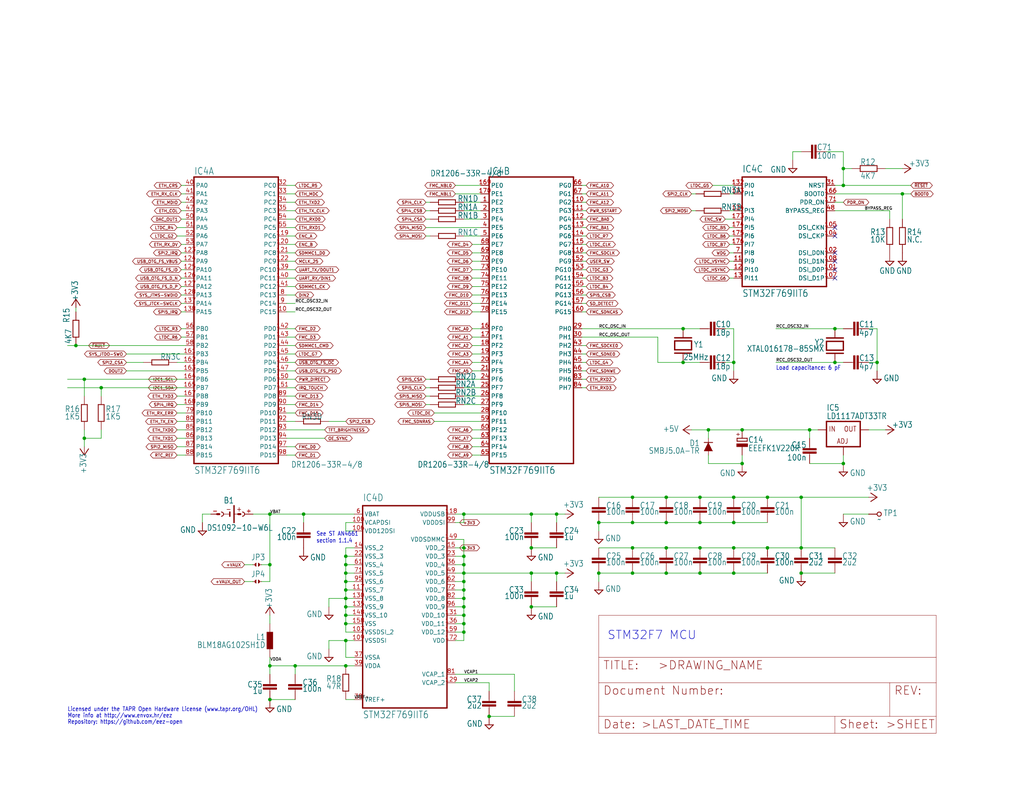
<source format=kicad_sch>
(kicad_sch (version 20211123) (generator eeschema)
  (paper "User" 308.407 241.452)
  (junction (at 104.14 200.66))
  (junction (at 139.7 182.88))
  (junction (at 160.02 182.88))
  (junction (at 139.7 165.1))
  (junction (at 213.36 129.54))
  (junction (at 81.28 200.66))
  (junction (at 139.7 187.96))
  (junction (at 200.66 165.1))
  (junction (at 139.7 177.8))
  (junction (at 104.14 180.34))
  (junction (at 251.46 99.06))
  (junction (at 139.7 167.64))
  (junction (at 88.9 200.66))
  (junction (at 167.64 172.72))
  (junction (at 231.14 165.1))
  (junction (at 200.66 149.86))
  (junction (at 205.74 99.06))
  (junction (at 205.74 109.22))
  (junction (at 167.64 154.94))
  (junction (at 223.52 129.54))
  (junction (at 104.14 167.64))
  (junction (at 190.5 165.1))
  (junction (at 139.7 172.72))
  (junction (at 220.98 109.22))
  (junction (at 147.32 215.9))
  (junction (at 210.82 172.72))
  (junction (at 223.52 139.7))
  (junction (at 104.14 172.72))
  (junction (at 160.02 154.94))
  (junction (at 139.7 154.94))
  (junction (at 210.82 165.1))
  (junction (at 190.5 149.86))
  (junction (at 139.7 170.18))
  (junction (at 81.28 170.18))
  (junction (at 104.14 182.88))
  (junction (at 220.98 172.72))
  (junction (at 160.02 165.1))
  (junction (at 104.14 177.8))
  (junction (at 180.34 172.72))
  (junction (at 231.14 149.86))
  (junction (at 254 55.88))
  (junction (at 254 50.8))
  (junction (at 190.5 157.48))
  (junction (at 241.3 172.72))
  (junction (at 251.46 109.22))
  (junction (at 180.34 157.48))
  (junction (at 104.14 187.96))
  (junction (at 220.98 149.86))
  (junction (at 210.82 149.86))
  (junction (at 104.14 193.04))
  (junction (at 210.82 157.48))
  (junction (at 254 139.7))
  (junction (at 271.78 58.42))
  (junction (at 104.14 170.18))
  (junction (at 22.86 104.14))
  (junction (at 139.7 175.26))
  (junction (at 241.3 165.1))
  (junction (at 30.48 116.84))
  (junction (at 241.3 149.86))
  (junction (at 25.4 114.3))
  (junction (at 139.7 190.5))
  (junction (at 25.4 132.08))
  (junction (at 220.98 165.1))
  (junction (at 264.16 109.22))
  (junction (at 243.84 129.54))
  (junction (at 190.5 172.72))
  (junction (at 200.66 157.48))
  (junction (at 81.28 154.94))
  (junction (at 81.28 210.82))
  (junction (at 139.7 180.34))
  (junction (at 200.66 172.72))
  (junction (at 160.02 172.72))
  (junction (at 104.14 175.26))
  (junction (at 91.44 154.94))
  (junction (at 220.98 157.48))
  (junction (at 104.14 185.42))
  (junction (at 139.7 185.42))
  (no_connect (at 251.46 81.28))
  (no_connect (at 251.46 71.12))
  (no_connect (at 251.46 83.82))
  (no_connect (at 251.46 76.2))
  (no_connect (at 251.46 78.74))
  (no_connect (at 251.46 68.58))
  (wire (pts (xy 22.86 104.14) (xy 55.88 104.14)))
  (wire (pts (xy 129.54 116.84) (xy 128.27 116.84)))
  (wire (pts (xy 137.16 172.72) (xy 139.7 172.72)))
  (wire (pts (xy 137.16 187.96) (xy 139.7 187.96)))
  (wire (pts (xy 223.52 129.54) (xy 243.84 129.54)))
  (wire (pts (xy 55.88 127) (xy 53.34 127)))
  (wire (pts (xy 175.26 88.9) (xy 176.53 88.9)))
  (wire (pts (xy 55.88 83.82) (xy 54.61 83.82)))
  (wire (pts (xy 55.88 78.74) (xy 54.61 78.74)))
  (wire (pts (xy 137.16 177.8) (xy 139.7 177.8)))
  (wire (pts (xy 54.61 86.36) (xy 55.88 86.36)))
  (wire (pts (xy 198.12 109.22) (xy 205.74 109.22)))
  (wire (pts (xy 86.36 104.14) (xy 88.9 104.14)))
  (wire (pts (xy 241.3 45.72) (xy 238.76 45.72)))
  (wire (pts (xy 147.32 205.74) (xy 147.32 208.28)))
  (wire (pts (xy 142.24 83.82) (xy 144.78 83.82)))
  (wire (pts (xy 86.36 111.76) (xy 88.9 111.76)))
  (wire (pts (xy 144.78 55.88) (xy 137.16 55.88)))
  (wire (pts (xy 55.88 81.28) (xy 54.61 81.28)))
  (wire (pts (xy 86.36 86.36) (xy 88.9 86.36)))
  (wire (pts (xy 106.68 177.8) (xy 104.14 177.8)))
  (wire (pts (xy 142.24 132.08) (xy 144.78 132.08)))
  (wire (pts (xy 60.96 154.94) (xy 60.96 157.48)))
  (wire (pts (xy 99.06 127) (xy 104.14 127)))
  (wire (pts (xy 78.74 170.18) (xy 81.28 170.18)))
  (wire (pts (xy 30.48 129.54) (xy 30.48 132.08)))
  (wire (pts (xy 55.88 116.84) (xy 30.48 116.84)))
  (wire (pts (xy 88.9 210.82) (xy 81.28 210.82)))
  (wire (pts (xy 86.36 127) (xy 88.9 127)))
  (wire (pts (xy 86.36 106.68) (xy 88.9 106.68)))
  (wire (pts (xy 139.7 162.56) (xy 139.7 165.1)))
  (wire (pts (xy 86.36 58.42) (xy 88.9 58.42)))
  (wire (pts (xy 86.36 109.22) (xy 88.9 109.22)))
  (wire (pts (xy 55.88 129.54) (xy 53.34 129.54)))
  (wire (pts (xy 175.26 58.42) (xy 176.53 58.42)))
  (wire (pts (xy 137.16 185.42) (xy 139.7 185.42)))
  (wire (pts (xy 175.26 60.96) (xy 176.53 60.96)))
  (wire (pts (xy 175.26 63.5) (xy 176.53 63.5)))
  (wire (pts (xy 175.26 101.6) (xy 198.12 101.6)))
  (wire (pts (xy 55.88 60.96) (xy 54.61 60.96)))
  (wire (pts (xy 129.54 119.38) (xy 128.27 119.38)))
  (wire (pts (xy 55.88 114.3) (xy 25.4 114.3)))
  (wire (pts (xy 139.7 172.72) (xy 139.7 175.26)))
  (wire (pts (xy 106.68 200.66) (xy 104.14 200.66)))
  (wire (pts (xy 175.26 104.14) (xy 176.53 104.14)))
  (wire (pts (xy 129.54 71.12) (xy 128.27 71.12)))
  (wire (pts (xy 210.82 109.22) (xy 205.74 109.22)))
  (wire (pts (xy 223.52 137.16) (xy 223.52 139.7)))
  (wire (pts (xy 137.16 180.34) (xy 139.7 180.34)))
  (wire (pts (xy 219.71 83.82) (xy 220.98 83.82)))
  (wire (pts (xy 53.34 137.16) (xy 55.88 137.16)))
  (wire (pts (xy 264.16 109.22) (xy 264.16 111.76)))
  (wire (pts (xy 139.7 177.8) (xy 139.7 180.34)))
  (wire (pts (xy 139.7 63.5) (xy 144.78 63.5)))
  (wire (pts (xy 86.36 101.6) (xy 88.9 101.6)))
  (wire (pts (xy 144.78 71.12) (xy 139.7 71.12)))
  (wire (pts (xy 190.5 172.72) (xy 180.34 172.72)))
  (wire (pts (xy 160.02 172.72) (xy 160.02 175.26)))
  (wire (pts (xy 86.36 73.66) (xy 88.9 73.66)))
  (wire (pts (xy 106.68 185.42) (xy 104.14 185.42)))
  (wire (pts (xy 266.7 50.8) (xy 271.78 50.8)))
  (wire (pts (xy 213.36 137.16) (xy 213.36 139.7)))
  (wire (pts (xy 220.98 63.5) (xy 219.71 63.5)))
  (wire (pts (xy 55.88 106.68) (xy 38.1 106.68)))
  (wire (pts (xy 254 45.72) (xy 254 50.8)))
  (wire (pts (xy 213.36 139.7) (xy 223.52 139.7)))
  (wire (pts (xy 104.14 167.64) (xy 104.14 170.18)))
  (wire (pts (xy 142.24 73.66) (xy 144.78 73.66)))
  (wire (pts (xy 128.27 66.04) (xy 129.54 66.04)))
  (wire (pts (xy 104.14 165.1) (xy 104.14 167.64)))
  (wire (pts (xy 167.64 154.94) (xy 167.64 157.48)))
  (wire (pts (xy 106.68 154.94) (xy 91.44 154.94)))
  (wire (pts (xy 139.7 175.26) (xy 139.7 177.8)))
  (wire (pts (xy 175.26 93.98) (xy 176.53 93.98)))
  (wire (pts (xy 137.16 165.1) (xy 139.7 165.1)))
  (wire (pts (xy 251.46 109.22) (xy 233.68 109.22)))
  (wire (pts (xy 86.36 99.06) (xy 88.9 99.06)))
  (wire (pts (xy 175.26 111.76) (xy 176.53 111.76)))
  (wire (pts (xy 144.78 119.38) (xy 139.7 119.38)))
  (wire (pts (xy 154.94 203.2) (xy 154.94 208.28)))
  (wire (pts (xy 86.36 78.74) (xy 88.9 78.74)))
  (wire (pts (xy 142.24 129.54) (xy 144.78 129.54)))
  (wire (pts (xy 86.36 88.9) (xy 88.9 88.9)))
  (wire (pts (xy 254 99.06) (xy 251.46 99.06)))
  (wire (pts (xy 190.5 157.48) (xy 180.34 157.48)))
  (wire (pts (xy 55.88 91.44) (xy 54.61 91.44)))
  (wire (pts (xy 231.14 165.1) (xy 241.3 165.1)))
  (wire (pts (xy 180.34 149.86) (xy 190.5 149.86)))
  (wire (pts (xy 266.7 129.54) (xy 261.62 129.54)))
  (wire (pts (xy 144.78 68.58) (xy 128.27 68.58)))
  (wire (pts (xy 106.68 190.5) (xy 104.14 190.5)))
  (wire (pts (xy 142.24 111.76) (xy 144.78 111.76)))
  (wire (pts (xy 86.36 137.16) (xy 88.9 137.16)))
  (wire (pts (xy 55.88 121.92) (xy 53.34 121.92)))
  (wire (pts (xy 220.98 78.74) (xy 219.71 78.74)))
  (wire (pts (xy 86.36 60.96) (xy 88.9 60.96)))
  (wire (pts (xy 144.78 124.46) (xy 130.81 124.46)))
  (wire (pts (xy 175.26 78.74) (xy 176.53 78.74)))
  (wire (pts (xy 86.36 66.04) (xy 88.9 66.04)))
  (wire (pts (xy 167.64 172.72) (xy 170.18 172.72)))
  (wire (pts (xy 104.14 170.18) (xy 104.14 172.72)))
  (wire (pts (xy 144.78 114.3) (xy 139.7 114.3)))
  (wire (pts (xy 200.66 172.72) (xy 190.5 172.72)))
  (wire (pts (xy 139.7 66.04) (xy 144.78 66.04)))
  (wire (pts (xy 139.7 190.5) (xy 139.7 193.04)))
  (wire (pts (xy 139.7 180.34) (xy 139.7 182.88)))
  (wire (pts (xy 106.68 167.64) (xy 104.14 167.64)))
  (wire (pts (xy 254 139.7) (xy 243.84 139.7)))
  (wire (pts (xy 81.28 200.66) (xy 81.28 198.12)))
  (wire (pts (xy 144.78 60.96) (xy 139.7 60.96)))
  (wire (pts (xy 170.18 154.94) (xy 167.64 154.94)))
  (wire (pts (xy 104.14 177.8) (xy 104.14 180.34)))
  (wire (pts (xy 241.3 165.1) (xy 251.46 165.1)))
  (wire (pts (xy 243.84 132.08) (xy 243.84 129.54)))
  (wire (pts (xy 129.54 60.96) (xy 128.27 60.96)))
  (wire (pts (xy 139.7 182.88) (xy 139.7 185.42)))
  (wire (pts (xy 55.88 93.98) (xy 54.61 93.98)))
  (wire (pts (xy 81.28 175.26) (xy 81.28 170.18)))
  (wire (pts (xy 86.36 119.38) (xy 88.9 119.38)))
  (wire (pts (xy 220.98 66.04) (xy 218.44 66.04)))
  (wire (pts (xy 209.55 58.42) (xy 208.28 58.42)))
  (wire (pts (xy 142.24 76.2) (xy 144.78 76.2)))
  (wire (pts (xy 261.62 99.06) (xy 264.16 99.06)))
  (wire (pts (xy 63.5 154.94) (xy 60.96 154.94)))
  (wire (pts (xy 220.98 76.2) (xy 219.71 76.2)))
  (wire (pts (xy 20.32 104.14) (xy 22.86 104.14)))
  (wire (pts (xy 198.12 101.6) (xy 198.12 109.22)))
  (wire (pts (xy 86.36 134.62) (xy 88.9 134.62)))
  (wire (pts (xy 139.7 157.48) (xy 139.7 154.94)))
  (wire (pts (xy 86.36 81.28) (xy 88.9 81.28)))
  (wire (pts (xy 142.24 88.9) (xy 144.78 88.9)))
  (wire (pts (xy 106.68 160.02) (xy 104.14 160.02)))
  (wire (pts (xy 271.78 58.42) (xy 274.32 58.42)))
  (wire (pts (xy 175.26 106.68) (xy 176.53 106.68)))
  (wire (pts (xy 88.9 200.66) (xy 81.28 200.66)))
  (wire (pts (xy 175.26 91.44) (xy 176.53 91.44)))
  (wire (pts (xy 104.14 180.34) (xy 104.14 182.88)))
  (wire (pts (xy 139.7 165.1) (xy 139.7 167.64)))
  (wire (pts (xy 81.28 170.18) (xy 81.28 154.94)))
  (wire (pts (xy 251.46 60.96) (xy 254 60.96)))
  (wire (pts (xy 104.14 198.12) (xy 104.14 193.04)))
  (wire (pts (xy 218.44 99.06) (xy 220.98 99.06)))
  (wire (pts (xy 86.36 71.12) (xy 88.9 71.12)))
  (wire (pts (xy 106.68 175.26) (xy 104.14 175.26)))
  (wire (pts (xy 104.14 185.42) (xy 104.14 187.96)))
  (wire (pts (xy 22.86 93.98) (xy 22.86 92.71)))
  (wire (pts (xy 200.66 165.1) (xy 210.82 165.1)))
  (wire (pts (xy 241.3 165.1) (xy 241.3 149.86)))
  (wire (pts (xy 220.98 165.1) (xy 231.14 165.1)))
  (wire (pts (xy 267.97 63.5) (xy 267.97 66.04)))
  (wire (pts (xy 25.4 134.62) (xy 25.4 132.08)))
  (wire (pts (xy 86.36 63.5) (xy 88.9 63.5)))
  (wire (pts (xy 180.34 175.26) (xy 180.34 172.72)))
  (wire (pts (xy 53.34 71.12) (xy 55.88 71.12)))
  (wire (pts (xy 137.16 170.18) (xy 139.7 170.18)))
  (wire (pts (xy 106.68 182.88) (xy 104.14 182.88)))
  (wire (pts (xy 175.26 68.58) (xy 176.53 68.58)))
  (wire (pts (xy 190.5 149.86) (xy 200.66 149.86)))
  (wire (pts (xy 137.16 203.2) (xy 154.94 203.2)))
  (wire (pts (xy 81.28 185.42) (xy 81.28 187.96)))
  (wire (pts (xy 76.2 154.94) (xy 81.28 154.94)))
  (wire (pts (xy 243.84 129.54) (xy 246.38 129.54)))
  (wire (pts (xy 55.88 132.08) (xy 53.34 132.08)))
  (wire (pts (xy 167.64 165.1) (xy 160.02 165.1)))
  (wire (pts (xy 261.62 149.86) (xy 241.3 149.86)))
  (wire (pts (xy 200.66 149.86) (xy 210.82 149.86)))
  (wire (pts (xy 106.68 180.34) (xy 104.14 180.34)))
  (wire (pts (xy 139.7 170.18) (xy 139.7 172.72)))
  (wire (pts (xy 175.26 71.12) (xy 176.53 71.12)))
  (wire (pts (xy 210.82 99.06) (xy 205.74 99.06)))
  (wire (pts (xy 86.36 116.84) (xy 88.9 116.84)))
  (wire (pts (xy 129.54 114.3) (xy 128.27 114.3)))
  (wire (pts (xy 78.74 175.26) (xy 81.28 175.26)))
  (wire (pts (xy 220.98 172.72) (xy 210.82 172.72)))
  (wire (pts (xy 86.36 91.44) (xy 88.9 91.44)))
  (wire (pts (xy 254 55.88) (xy 251.46 55.88)))
  (wire (pts (xy 30.48 132.08) (xy 25.4 132.08)))
  (wire (pts (xy 86.36 55.88) (xy 88.9 55.88)))
  (wire (pts (xy 142.24 78.74) (xy 144.78 78.74)))
  (wire (pts (xy 175.26 76.2) (xy 176.53 76.2)))
  (wire (pts (xy 251.46 58.42) (xy 271.78 58.42)))
  (wire (pts (xy 137.16 190.5) (xy 139.7 190.5)))
  (wire (pts (xy 251.46 63.5) (xy 267.97 63.5)))
  (wire (pts (xy 30.48 116.84) (xy 30.48 119.38)))
  (wire (pts (xy 25.4 114.3) (xy 20.32 114.3)))
  (wire (pts (xy 53.34 68.58) (xy 55.88 68.58)))
  (wire (pts (xy 55.88 119.38) (xy 53.34 119.38)))
  (wire (pts (xy 81.28 203.2) (xy 81.28 200.66)))
  (wire (pts (xy 254 154.94) (xy 261.62 154.94)))
  (wire (pts (xy 261.62 109.22) (xy 264.16 109.22)))
  (wire (pts (xy 106.68 193.04) (xy 104.14 193.04)))
  (wire (pts (xy 208.28 129.54) (xy 213.36 129.54)))
  (wire (pts (xy 86.36 114.3) (xy 88.9 114.3)))
  (wire (pts (xy 238.76 45.72) (xy 238.76 48.26)))
  (wire (pts (xy 86.36 121.92) (xy 88.9 121.92)))
  (wire (pts (xy 137.16 205.74) (xy 147.32 205.74)))
  (wire (pts (xy 220.98 109.22) (xy 220.98 111.76)))
  (wire (pts (xy 139.7 154.94) (xy 160.02 154.94)))
  (wire (pts (xy 106.68 170.18) (xy 104.14 170.18)))
  (wire (pts (xy 175.26 81.28) (xy 176.53 81.28)))
  (wire (pts (xy 104.14 193.04) (xy 99.06 193.04)))
  (wire (pts (xy 180.34 165.1) (xy 190.5 165.1)))
  (wire (pts (xy 210.82 165.1) (xy 220.98 165.1)))
  (wire (pts (xy 137.16 162.56) (xy 139.7 162.56)))
  (wire (pts (xy 218.44 109.22) (xy 220.98 109.22)))
  (wire (pts (xy 139.7 185.42) (xy 139.7 187.96)))
  (wire (pts (xy 220.98 81.28) (xy 219.71 81.28)))
  (wire (pts (xy 55.88 111.76) (xy 38.1 111.76)))
  (wire (pts (xy 76.2 170.18) (xy 73.66 170.18)))
  (wire (pts (xy 271.78 58.42) (xy 271.78 66.04)))
  (wire (pts (xy 154.94 215.9) (xy 147.32 215.9)))
  (wire (pts (xy 137.16 157.48) (xy 139.7 157.48)))
  (wire (pts (xy 91.44 157.48) (xy 91.44 154.94)))
  (wire (pts (xy 91.44 154.94) (xy 81.28 154.94)))
  (wire (pts (xy 160.02 154.94) (xy 160.02 157.48)))
  (wire (pts (xy 99.06 180.34) (xy 99.06 182.88)))
  (wire (pts (xy 210.82 149.86) (xy 220.98 149.86)))
  (wire (pts (xy 167.64 182.88) (xy 160.02 182.88)))
  (wire (pts (xy 144.78 58.42) (xy 137.16 58.42)))
  (wire (pts (xy 104.14 160.02) (xy 104.14 157.48)))
  (wire (pts (xy 142.24 93.98) (xy 144.78 93.98)))
  (wire (pts (xy 139.7 193.04) (xy 137.16 193.04)))
  (wire (pts (xy 137.16 154.94) (xy 139.7 154.94)))
  (wire (pts (xy 142.24 104.14) (xy 144.78 104.14)))
  (wire (pts (xy 167.64 175.26) (xy 167.64 172.72)))
  (wire (pts (xy 30.48 116.84) (xy 20.32 116.84)))
  (wire (pts (xy 251.46 172.72) (xy 241.3 172.72)))
  (wire (pts (xy 264.16 99.06) (xy 264.16 109.22)))
  (wire (pts (xy 55.88 73.66) (xy 54.61 73.66)))
  (wire (pts (xy 139.7 167.64) (xy 139.7 170.18)))
  (wire (pts (xy 220.98 157.48) (xy 210.82 157.48)))
  (wire (pts (xy 54.61 101.6) (xy 55.88 101.6)))
  (wire (pts (xy 129.54 121.92) (xy 128.27 121.92)))
  (wire (pts (xy 220.98 58.42) (xy 219.71 58.42)))
  (wire (pts (xy 104.14 200.66) (xy 88.9 200.66)))
  (wire (pts (xy 55.88 109.22) (xy 53.34 109.22)))
  (wire (pts (xy 86.36 124.46) (xy 88.9 124.46)))
  (wire (pts (xy 99.06 193.04) (xy 99.06 195.58)))
  (wire (pts (xy 251.46 99.06) (xy 233.68 99.06)))
  (wire (pts (xy 86.36 68.58) (xy 88.9 68.58)))
  (wire (pts (xy 231.14 172.72) (xy 220.98 172.72)))
  (wire (pts (xy 219.71 68.58) (xy 220.98 68.58)))
  (wire (pts (xy 213.36 132.08) (xy 213.36 129.54)))
  (wire (pts (xy 55.88 58.42) (xy 54.61 58.42)))
  (wire (pts (xy 106.68 210.82) (xy 104.14 210.82)))
  (wire (pts (xy 241.3 149.86) (xy 231.14 149.86)))
  (wire (pts (xy 231.14 157.48) (xy 220.98 157.48)))
  (wire (pts (xy 104.14 182.88) (xy 104.14 185.42)))
  (wire (pts (xy 190.5 165.1) (xy 200.66 165.1)))
  (wire (pts (xy 175.26 66.04) (xy 176.53 66.04)))
  (wire (pts (xy 160.02 172.72) (xy 139.7 172.72)))
  (wire (pts (xy 175.26 114.3) (xy 176.53 114.3)))
  (wire (pts (xy 144.78 127) (xy 130.81 127)))
  (wire (pts (xy 137.16 175.26) (xy 139.7 175.26)))
  (wire (pts (xy 104.14 187.96) (xy 106.68 187.96)))
  (wire (pts (xy 214.63 55.88) (xy 220.98 55.88)))
  (wire (pts (xy 254 109.22) (xy 251.46 109.22)))
  (wire (pts (xy 142.24 101.6) (xy 144.78 101.6)))
  (wire (pts (xy 54.61 99.06) (xy 55.88 99.06)))
  (wire (pts (xy 144.78 116.84) (xy 139.7 116.84)))
  (wire (pts (xy 25.4 119.38) (xy 25.4 114.3)))
  (wire (pts (xy 142.24 91.44) (xy 144.78 91.44)))
  (wire (pts (xy 104.14 172.72) (xy 104.14 175.26)))
  (wire (pts (xy 106.68 165.1) (xy 104.14 165.1)))
  (wire (pts (xy 25.4 132.08) (xy 25.4 129.54)))
  (wire (pts (xy 220.98 99.06) (xy 220.98 109.22)))
  (wire (pts (xy 86.36 132.08) (xy 97.79 132.08)))
  (wire (pts (xy 55.88 124.46) (xy 53.34 124.46)))
  (wire (pts (xy 106.68 198.12) (xy 104.14 198.12)))
  (wire (pts (xy 142.24 109.22) (xy 144.78 109.22)))
  (wire (pts (xy 104.14 175.26) (xy 104.14 177.8)))
  (wire (pts (xy 254 50.8) (xy 254 55.88)))
  (wire (pts (xy 142.24 81.28) (xy 144.78 81.28)))
  (wire (pts (xy 86.36 76.2) (xy 88.9 76.2)))
  (wire (pts (xy 180.34 160.02) (xy 180.34 157.48)))
  (wire (pts (xy 142.24 106.68) (xy 144.78 106.68)))
  (wire (pts (xy 137.16 167.64) (xy 139.7 167.64)))
  (wire (pts (xy 142.24 86.36) (xy 144.78 86.36)))
  (wire (pts (xy 104.14 190.5) (xy 104.14 187.96)))
  (wire (pts (xy 86.36 93.98) (xy 88.9 93.98)))
  (wire (pts (xy 76.2 175.26) (xy 73.66 175.26)))
  (wire (pts (xy 55.88 76.2) (xy 54.61 76.2)))
  (wire (pts (xy 88.9 203.2) (xy 88.9 200.66)))
  (wire (pts (xy 175.26 86.36) (xy 176.53 86.36)))
  (wire (pts (xy 55.88 88.9) (xy 54.61 88.9)))
  (wire (pts (xy 142.24 99.06) (xy 144.78 99.06)))
  (wire (pts (xy 175.26 55.88) (xy 176.53 55.88)))
  (wire (pts (xy 210.82 157.48) (xy 200.66 157.48)))
  (wire (pts (xy 106.68 172.72) (xy 104.14 172.72)))
  (wire (pts (xy 128.27 63.5) (xy 129.54 63.5)))
  (wire (pts (xy 55.88 66.04) (xy 54.61 66.04)))
  (wire (pts (xy 231.14 149.86) (xy 220.98 149.86)))
  (wire (pts (xy 175.26 83.82) (xy 176.53 83.82)))
  (wire (pts (xy 167.64 172.72) (xy 160.02 172.72)))
  (wire (pts (xy 219.71 71.12) (xy 220.98 71.12)))
  (wire (pts (xy 142.24 134.62) (xy 144.78 134.62)))
  (wire (pts (xy 200.66 157.48) (xy 190.5 157.48)))
  (wire (pts (xy 86.36 83.82) (xy 88.9 83.82)))
  (wire (pts (xy 55.88 63.5) (xy 54.61 63.5)))
  (wire (pts (xy 55.88 55.88) (xy 54.61 55.88)))
  (wire (pts (xy 160.02 154.94) (xy 167.64 154.94)))
  (wire (pts (xy 175.26 99.06) (xy 205.74 99.06)))
  (wire (pts (xy 175.26 73.66) (xy 176.53 73.66)))
  (wire (pts (xy 274.32 55.88) (xy 254 55.88)))
  (wire (pts (xy 137.16 182.88) (xy 139.7 182.88)))
  (wire (pts (xy 139.7 187.96) (xy 139.7 190.5)))
  (wire (pts (xy 43.18 109.22) (xy 38.1 109.22)))
  (wire (pts (xy 175.26 109.22) (xy 176.53 109.22)))
  (wire (pts (xy 254 137.16) (xy 254 139.7)))
  (wire (pts (xy 256.54 50.8) (xy 254 50.8)))
  (wire (pts (xy 219.71 73.66) (xy 220.98 73.66)))
  (wire (pts (xy 106.68 157.48) (xy 104.14 157.48)))
  (wire (pts (xy 142.24 137.16) (xy 144.78 137.16)))
  (wire (pts (xy 104.14 180.34) (xy 99.06 180.34)))
  (wire (pts (xy 248.92 45.72) (xy 254 45.72)))
  (wire (pts (xy 213.36 129.54) (xy 223.52 129.54)))
  (wire (pts (xy 55.88 134.62) (xy 53.34 134.62)))
  (wire (pts (xy 144.78 121.92) (xy 139.7 121.92)))
  (wire (pts (xy 210.82 172.72) (xy 200.66 172.72)))
  (wire (pts (xy 209.55 63.5) (xy 208.28 63.5)))
  (wire (pts (xy 86.36 129.54) (xy 97.79 129.54)))
  (wire (pts (xy 175.26 116.84) (xy 176.53 116.84)))
  (text "See ST AN4661\nsection 1.1.4" (at 95.25 163.83 180) (effects (font (size 1.27 1.0795)) (justify left bottom)))
  (text "Licensed under the TAPR Open Hardware License (www.tapr.org/OHL)" (at 20.32 214.63 180) (effects (font (size 1.27 1.0795)) (justify left bottom)))
  (text "Repository: https://github.com/eez-open" (at 20.32 218.44 180) (effects (font (size 1.27 1.0795)) (justify left bottom)))
  (text "More info at http://www.envox.hr/eez" (at 20.32 216.535 180) (effects (font (size 1.27 1.0795)) (justify left bottom)))
  (text "STM32F7 MCU" (at 182.88 193.04 180) (effects (font (size 2.54 2.54)) (justify left bottom)))
  (text "Load capacitance: 6 pF" (at 233.68 111.76 180) (effects (font (size 1.27 1.0795)) (justify left bottom)))
  (label "RCC_OSC32_IN" (at 88.9 91.44 0) (effects (font (size 0.889 0.889))))
  (label "RCC_OSC32_OUT" (at 233.68 109.22 0) (effects (font (size 0.889 0.889))))
  (label "RCC_OSC_IN" (at 180.34 99.06 0) (effects (font (size 0.889 0.889))))
  (label "RCC_OSC32_IN" (at 233.68 99.06 0) (effects (font (size 0.889 0.889))))
  (label "VREF+" (at 106.68 210.82 0) (effects (font (size 0.889 0.889))))
  (label "RCC_OSC32_OUT" (at 88.9 93.98 0) (effects (font (size 0.889 0.889))))
  (label "VBAT" (at 81.28 154.94 0) (effects (font (size 0.889 0.889))))
  (label "RCC_OSC_OUT" (at 180.34 101.6 0) (effects (font (size 0.889 0.889))))
  (label "BYPASS_REG" (at 260.35 63.5 0) (effects (font (size 0.889 0.889))))
  (label "VCAP2" (at 139.7 205.74 0) (effects (font (size 0.889 0.889))))
  (label "VCAP1" (at 139.7 203.2 0) (effects (font (size 0.889 0.889))))
  (label "VDDA" (at 81.28 199.39 0) (effects (font (size 0.889 0.889))))
  (global_label "SPI5_MISO" (shape bidirectional) (at 128.27 119.38 180) (effects (font (size 0.889 0.889))) (property "Intersheet References" "${INTERSHEET_REFS}" (effects hide)))
  (global_label "FMC_NBL1" (shape bidirectional) (at 137.16 58.42 180) (effects (font (size 0.889 0.889))) (property "Intersheet References" "${INTERSHEET_REFS}" (effects hide)))
  (global_label "FMC_A9" (shape bidirectional) (at 142.24 137.16 180) (effects (font (size 0.889 0.889))) (property "Intersheet References" "${INTERSHEET_REFS}" (effects hide)))
  (global_label "~{USB_OTG_FS_OC}" (shape bidirectional) (at 88.9 109.22 0) (effects (font (size 0.889 0.889))) (property "Intersheet References" "${INTERSHEET_REFS}" (effects hide)))
  (global_label "LTDC_R5" (shape bidirectional) (at 88.9 55.88 0) (effects (font (size 0.889 0.889))) (property "Intersheet References" "${INTERSHEET_REFS}" (effects hide)))
  (global_label "LTDC_R3" (shape bidirectional) (at 54.61 99.06 180) (effects (font (size 0.889 0.889))) (property "Intersheet References" "${INTERSHEET_REFS}" (effects hide)))
  (global_label "FMC_D1" (shape bidirectional) (at 88.9 137.16 0) (effects (font (size 0.889 0.889))) (property "Intersheet References" "${INTERSHEET_REFS}" (effects hide)))
  (global_label "~{FAULT}" (shape bidirectional) (at 26.67 104.14 0) (effects (font (size 0.889 0.889))) (property "Intersheet References" "${INTERSHEET_REFS}" (effects hide)))
  (global_label "FMC_SDNE0" (shape bidirectional) (at 176.53 106.68 0) (effects (font (size 0.889 0.889))) (property "Intersheet References" "${INTERSHEET_REFS}" (effects hide)))
  (global_label "WDG" (shape bidirectional) (at 219.71 76.2 180) (effects (font (size 0.889 0.889))) (property "Intersheet References" "${INTERSHEET_REFS}" (effects hide)))
  (global_label "FMC_A7" (shape bidirectional) (at 142.24 132.08 180) (effects (font (size 0.889 0.889))) (property "Intersheet References" "${INTERSHEET_REFS}" (effects hide)))
  (global_label "FMC_A4" (shape bidirectional) (at 142.24 109.22 180) (effects (font (size 0.889 0.889))) (property "Intersheet References" "${INTERSHEET_REFS}" (effects hide)))
  (global_label "FMC_A6" (shape bidirectional) (at 142.24 129.54 180) (effects (font (size 0.889 0.889))) (property "Intersheet References" "${INTERSHEET_REFS}" (effects hide)))
  (global_label "LTDC_DE" (shape bidirectional) (at 130.81 124.46 180) (effects (font (size 0.889 0.889))) (property "Intersheet References" "${INTERSHEET_REFS}" (effects hide)))
  (global_label "FMC_D12" (shape bidirectional) (at 142.24 93.98 180) (effects (font (size 0.889 0.889))) (property "Intersheet References" "${INTERSHEET_REFS}" (effects hide)))
  (global_label "USB_OTG_FS_VBUS" (shape bidirectional) (at 54.61 78.74 180) (effects (font (size 0.889 0.889))) (property "Intersheet References" "${INTERSHEET_REFS}" (effects hide)))
  (global_label "LTDC_B3" (shape bidirectional) (at 176.53 83.82 0) (effects (font (size 0.889 0.889))) (property "Intersheet References" "${INTERSHEET_REFS}" (effects hide)))
  (global_label "FMC_D14" (shape bidirectional) (at 88.9 121.92 0) (effects (font (size 0.889 0.889))) (property "Intersheet References" "${INTERSHEET_REFS}" (effects hide)))
  (global_label "RTC_REF" (shape bidirectional) (at 53.34 137.16 180) (effects (font (size 0.889 0.889))) (property "Intersheet References" "${INTERSHEET_REFS}" (effects hide)))
  (global_label "+3V3" (shape bidirectional) (at 138.43 165.1 0) (effects (font (size 0.889 0.889))) (property "Intersheet References" "${INTERSHEET_REFS}" (effects hide)))
  (global_label "UART_TX/DOUT1" (shape bidirectional) (at 88.9 81.28 0) (effects (font (size 0.889 0.889))) (property "Intersheet References" "${INTERSHEET_REFS}" (effects hide)))
  (global_label "USB_OTG_FS_ID" (shape bidirectional) (at 54.61 81.28 180) (effects (font (size 0.889 0.889))) (property "Intersheet References" "${INTERSHEET_REFS}" (effects hide)))
  (global_label "FMC_D6" (shape bidirectional) (at 142.24 78.74 180) (effects (font (size 0.889 0.889))) (property "Intersheet References" "${INTERSHEET_REFS}" (effects hide)))
  (global_label "+VAUX_OUT" (shape bidirectional) (at 73.66 175.26 180) (effects (font (size 0.889 0.889))) (property "Intersheet References" "${INTERSHEET_REFS}" (effects hide)))
  (global_label "ETH_TXD1" (shape bidirectional) (at 53.34 132.08 180) (effects (font (size 0.889 0.889))) (property "Intersheet References" "${INTERSHEET_REFS}" (effects hide)))
  (global_label "LTDC_R4" (shape bidirectional) (at 53.34 68.58 180) (effects (font (size 0.889 0.889))) (property "Intersheet References" "${INTERSHEET_REFS}" (effects hide)))
  (global_label "SPI2_MOSI" (shape bidirectional) (at 208.28 63.5 180) (effects (font (size 0.889 0.889))) (property "Intersheet References" "${INTERSHEET_REFS}" (effects hide)))
  (global_label "FMC_A10" (shape bidirectional) (at 176.53 55.88 0) (effects (font (size 0.889 0.889))) (property "Intersheet References" "${INTERSHEET_REFS}" (effects hide)))
  (global_label "BOOT0" (shape bidirectional) (at 274.32 58.42 0) (effects (font (size 0.889 0.889))) (property "Intersheet References" "${INTERSHEET_REFS}" (effects hide)))
  (global_label "FMC_D4" (shape bidirectional) (at 142.24 73.66 180) (effects (font (size 0.889 0.889))) (property "Intersheet References" "${INTERSHEET_REFS}" (effects hide)))
  (global_label "FMC_A0" (shape bidirectional) (at 142.24 99.06 180) (effects (font (size 0.889 0.889))) (property "Intersheet References" "${INTERSHEET_REFS}" (effects hide)))
  (global_label "ETH_TXD0" (shape bidirectional) (at 53.34 129.54 180) (effects (font (size 0.889 0.889))) (property "Intersheet References" "${INTERSHEET_REFS}" (effects hide)))
  (global_label "FMC_A8" (shape bidirectional) (at 142.24 134.62 180) (effects (font (size 0.889 0.889))) (property "Intersheet References" "${INTERSHEET_REFS}" (effects hide)))
  (global_label "SPI2_CSB" (shape bidirectional) (at 104.14 127 0) (effects (font (size 0.889 0.889))) (property "Intersheet References" "${INTERSHEET_REFS}" (effects hide)))
  (global_label "FMC_D10" (shape bidirectional) (at 142.24 88.9 180) (effects (font (size 0.889 0.889))) (property "Intersheet References" "${INTERSHEET_REFS}" (effects hide)))
  (global_label "LTDC_R6" (shape bidirectional) (at 54.61 101.6 180) (effects (font (size 0.889 0.889))) (property "Intersheet References" "${INTERSHEET_REFS}" (effects hide)))
  (global_label "PWR_SSTART" (shape bidirectional) (at 176.53 63.5 0) (effects (font (size 0.889 0.889))) (property "Intersheet References" "${INTERSHEET_REFS}" (effects hide)))
  (global_label "FMC_NBL0" (shape bidirectional) (at 137.16 55.88 180) (effects (font (size 0.889 0.889))) (property "Intersheet References" "${INTERSHEET_REFS}" (effects hide)))
  (global_label "SPI2_CSA" (shape bidirectional) (at 38.1 109.22 180) (effects (font (size 0.889 0.889))) (property "Intersheet References" "${INTERSHEET_REFS}" (effects hide)))
  (global_label "USB_OTG_FS_PSO" (shape bidirectional) (at 88.9 111.76 0) (effects (font (size 0.889 0.889))) (property "Intersheet References" "${INTERSHEET_REFS}" (effects hide)))
  (global_label "+3V3" (shape bidirectional) (at 138.43 157.48 0) (effects (font (size 0.889 0.889))) (property "Intersheet References" "${INTERSHEET_REFS}" (effects hide)))
  (global_label "FMC_D2" (shape bidirectional) (at 88.9 99.06 0) (effects (font (size 0.889 0.889))) (property "Intersheet References" "${INTERSHEET_REFS}" (effects hide)))
  (global_label "SYS_JTMS-SWDIO" (shape bidirectional) (at 54.61 88.9 180) (effects (font (size 0.889 0.889))) (property "Intersheet References" "${INTERSHEET_REFS}" (effects hide)))
  (global_label "ETH_TX_EN" (shape bidirectional) (at 53.34 127 180) (effects (font (size 0.889 0.889))) (property "Intersheet References" "${INTERSHEET_REFS}" (effects hide)))
  (global_label "ETH_RXD3" (shape bidirectional) (at 176.53 116.84 0) (effects (font (size 0.889 0.889))) (property "Intersheet References" "${INTERSHEET_REFS}" (effects hide)))
  (global_label "LTDC_VSYNC" (shape bidirectional) (at 219.71 78.74 180) (effects (font (size 0.889 0.889))) (property "Intersheet References" "${INTERSHEET_REFS}" (effects hide)))
  (global_label "USB_OTG_FS_D_P" (shape bidirectional) (at 54.61 86.36 180) (effects (font (size 0.889 0.889))) (property "Intersheet References" "${INTERSHEET_REFS}" (effects hide)))
  (global_label "ETH_RXD0" (shape bidirectional) (at 88.9 66.04 0) (effects (font (size 0.889 0.889))) (property "Intersheet References" "${INTERSHEET_REFS}" (effects hide)))
  (global_label "FMC_A2" (shape bidirectional) (at 142.24 104.14 180) (effects (font (size 0.889 0.889))) (property "Intersheet References" "${INTERSHEET_REFS}" (effects hide)))
  (global_label "LTDC_G5" (shape bidirectional) (at 214.63 55.88 180) (effects (font (size 0.889 0.889))) (property "Intersheet References" "${INTERSHEET_REFS}" (effects hide)))
  (global_label "SPI2_IRQ" (shape bidirectional) (at 54.61 76.2 180) (effects (font (size 0.889 0.889))) (property "Intersheet References" "${INTERSHEET_REFS}" (effects hide)))
  (global_label "ETH_RX_DV" (shape bidirectional) (at 54.61 73.66 180) (effects (font (size 0.889 0.889))) (property "Intersheet References" "${INTERSHEET_REFS}" (effects hide)))
  (global_label "FMC_SDCKE0" (shape bidirectional) (at 176.53 104.14 0) (effects (font (size 0.889 0.889))) (property "Intersheet References" "${INTERSHEET_REFS}" (effects hide)))
  (global_label "LTDC_R7" (shape bidirectional) (at 176.53 71.12 0) (effects (font (size 0.889 0.889))) (property "Intersheet References" "${INTERSHEET_REFS}" (effects hide)))
  (global_label "SPI4_MISO" (shape bidirectional) (at 128.27 68.58 180) (effects (font (size 0.889 0.889))) (property "Intersheet References" "${INTERSHEET_REFS}" (effects hide)))
  (global_label "USER_SW" (shape bidirectional) (at 176.53 78.74 0) (effects (font (size 0.889 0.889))) (property "Intersheet References" "${INTERSHEET_REFS}" (effects hide)))
  (global_label "TFT_BRIGHTNESS" (shape bidirectional) (at 97.79 129.54 0) (effects (font (size 0.889 0.889))) (property "Intersheet References" "${INTERSHEET_REFS}" (effects hide)))
  (global_label "SD_DETECT" (shape bidirectional) (at 176.53 91.44 0) (effects (font (size 0.889 0.889))) (property "Intersheet References" "${INTERSHEET_REFS}" (effects hide)))
  (global_label "DOUT2" (shape bidirectional) (at 38.1 111.76 180) (effects (font (size 0.889 0.889))) (property "Intersheet References" "${INTERSHEET_REFS}" (effects hide)))
  (global_label "FMC_D7" (shape bidirectional) (at 142.24 81.28 180) (effects (font (size 0.889 0.889))) (property "Intersheet References" "${INTERSHEET_REFS}" (effects hide)))
  (global_label "SPI4_CSB" (shape bidirectional) (at 128.27 63.5 180) (effects (font (size 0.889 0.889))) (property "Intersheet References" "${INTERSHEET_REFS}" (effects hide)))
  (global_label "SDMMC1_D0" (shape bidirectional) (at 88.9 76.2 0) (effects (font (size 0.889 0.889))) (property "Intersheet References" "${INTERSHEET_REFS}" (effects hide)))
  (global_label "FMC_A1" (shape bidirectional) (at 142.24 101.6 180) (effects (font (size 0.889 0.889))) (property "Intersheet References" "${INTERSHEET_REFS}" (effects hide)))
  (global_label "FMC_D13" (shape bidirectional) (at 88.9 119.38 0) (effects (font (size 0.889 0.889))) (property "Intersheet References" "${INTERSHEET_REFS}" (effects hide)))
  (global_label "SPI5_CSB" (shape bidirectional) (at 176.53 88.9 0) (effects (font (size 0.889 0.889))) (property "Intersheet References" "${INTERSHEET_REFS}" (effects hide)))
  (global_label "USB_OTG_FS_D_N" (shape bidirectional) (at 54.61 83.82 180) (effects (font (size 0.889 0.889))) (property "Intersheet References" "${INTERSHEET_REFS}" (effects hide)))
  (global_label "SPI4_MOSI" (shape bidirectional) (at 128.27 71.12 180) (effects (font (size 0.889 0.889))) (property "Intersheet References" "${INTERSHEET_REFS}" (effects hide)))
  (global_label "FMC_BA0" (shape bidirectional) (at 176.53 66.04 0) (effects (font (size 0.889 0.889))) (property "Intersheet References" "${INTERSHEET_REFS}" (effects hide)))
  (global_label "SPI5_CSA" (shape bidirectional) (at 128.27 114.3 180) (effects (font (size 0.889 0.889))) (property "Intersheet References" "${INTERSHEET_REFS}" (effects hide)))
  (global_label "PDR_ON" (shape bidirectional) (at 254 60.96 0) (effects (font (size 0.889 0.889))) (property "Intersheet References" "${INTERSHEET_REFS}" (effects hide)))
  (global_label "SYS_JTDO-SWO" (shape bidirectional) (at 38.1 106.68 180) (effects (font (size 0.889 0.889))) (property "Intersheet References" "${INTERSHEET_REFS}" (effects hide)))
  (global_label "LTDC_G4" (shape bidirectional) (at 176.53 109.22 0) (effects (font (size 0.889 0.889))) (property "Intersheet References" "${INTERSHEET_REFS}" (effects hide)))
  (global_label "SPI4_CLK" (shape bidirectional) (at 128.27 60.96 180) (effects (font (size 0.889 0.889))) (property "Intersheet References" "${INTERSHEET_REFS}" (effects hide)))
  (global_label "FMC_D9" (shape bidirectional) (at 142.24 86.36 180) (effects (font (size 0.889 0.889))) (property "Intersheet References" "${INTERSHEET_REFS}" (effects hide)))
  (global_label "FMC_A11" (shape bidirectional) (at 176.53 58.42 0) (effects (font (size 0.889 0.889))) (property "Intersheet References" "${INTERSHEET_REFS}" (effects hide)))
  (global_label "FMC_SDNCAS" (shape bidirectional) (at 176.53 93.98 0) (effects (font (size 0.889 0.889))) (property "Intersheet References" "${INTERSHEET_REFS}" (effects hide)))
  (global_label "SYS_JTCK-SWCLK" (shape bidirectional) (at 54.61 91.44 180) (effects (font (size 0.889 0.889))) (property "Intersheet References" "${INTERSHEET_REFS}" (effects hide)))
  (global_label "LTDC_B6" (shape bidirectional) (at 219.71 71.12 180) (effects (font (size 0.889 0.889))) (property "Intersheet References" "${INTERSHEET_REFS}" (effects hide)))
  (global_label "ENC_B" (shape bidirectional) (at 88.9 73.66 0) (effects (font (size 0.889 0.889))) (property "Intersheet References" "${INTERSHEET_REFS}" (effects hide)))
  (global_label "FMC_D8" (shape bidirectional) (at 142.24 83.82 180) (effects (font (size 0.889 0.889))) (property "Intersheet References" "${INTERSHEET_REFS}" (effects hide)))
  (global_label "FMC_SDCLK" (shape bidirectional) (at 176.53 76.2 0) (effects (font (size 0.889 0.889))) (property "Intersheet References" "${INTERSHEET_REFS}" (effects hide)))
  (global_label "UART_RX/DIN1" (shape bidirectional) (at 88.9 83.82 0) (effects (font (size 0.889 0.889))) (property "Intersheet References" "${INTERSHEET_REFS}" (effects hide)))
  (global_label "OE_SYNC" (shape bidirectional) (at 97.79 132.08 0) (effects (font (size 0.889 0.889))) (property "Intersheet References" "${INTERSHEET_REFS}" (effects hide)))
  (global_label "ETH_COL" (shape bidirectional) (at 54.61 63.5 180) (effects (font (size 0.889 0.889))) (property "Intersheet References" "${INTERSHEET_REFS}" (effects hide)))
  (global_label "ETH_RXD2" (shape bidirectional) (at 176.53 114.3 0) (effects (font (size 0.889 0.889))) (property "Intersheet References" "${INTERSHEET_REFS}" (effects hide)))
  (global_label "ETH_RX_CLK" (shape bidirectional) (at 54.61 58.42 180) (effects (font (size 0.889 0.889))) (property "Intersheet References" "${INTERSHEET_REFS}" (effects hide)))
  (global_label "ETH_TX_CLK" (shape bidirectional) (at 88.9 63.5 0) (effects (font (size 0.889 0.889))) (property "Intersheet References" "${INTERSHEET_REFS}" (effects hide)))
  (global_label "FMC_A5" (shape bidirectional) (at 142.24 111.76 180) (effects (font (size 0.889 0.889))) (property "Intersheet References" "${INTERSHEET_REFS}" (effects hide)))
  (global_label "ENC_A" (shape bidirectional) (at 88.9 71.12 0) (effects (font (size 0.889 0.889))) (property "Intersheet References" "${INTERSHEET_REFS}" (effects hide)))
  (global_label "ETH_TXD3" (shape bidirectional) (at 53.34 119.38 180) (effects (font (size 0.889 0.889))) (property "Intersheet References" "${INTERSHEET_REFS}" (effects hide)))
  (global_label "SPI4_IRQ" (shape bidirectional) (at 53.34 121.92 180) (effects (font (size 0.889 0.889))) (property "Intersheet References" "${INTERSHEET_REFS}" (effects hide)))
  (global_label "FMC_D15" (shape bidirectional) (at 88.9 124.46 0) (effects (font (size 0.889 0.889))) (property "Intersheet References" "${INTERSHEET_REFS}" (effects hide)))
  (global_label "ETH_CRS" (shape bidirectional) (at 54.61 55.88 180) (effects (font (size 0.889 0.889))) (property "Intersheet References" "${INTERSHEET_REFS}" (effects hide)))
  (global_label "I2C1_SDA" (shape bidirectional) (at 53.34 116.84 180) (effects (font (size 0.889 0.889))) (property "Intersheet References" "${INTERSHEET_REFS}" (effects hide)))
  (global_label "LTDC_B7" (shape bidirectional) (at 219.71 73.66 180) (effects (font (size 0.889 0.889))) (property "Intersheet References" "${INTERSHEET_REFS}" (effects hide)))
  (global_label "PWR_DIRECT" (shape bidirectional) (at 88.9 114.3 0) (effects (font (size 0.889 0.889))) (property "Intersheet References" "${INTERSHEET_REFS}" (effects hide)))
  (global_label "ETH_RXD1" (shape bidirectional) (at 88.9 68.58 0) (effects (font (size 0.889 0.889))) (property "Intersheet References" "${INTERSHEET_REFS}" (effects hide)))
  (global_label "+VAUX" (shape bidirectional) (at 73.66 170.18 180) (effects (font (size 0.889 0.889))) (property "Intersheet References" "${INTERSHEET_REFS}" (effects hide)))
  (global_label "FMC_D11" (shape bidirectional) (at 142.24 91.44 180) (effects (font (size 0.889 0.889))) (property "Intersheet References" "${INTERSHEET_REFS}" (effects hide)))
  (global_label "FMC_BA1" (shape bidirectional) (at 176.53 68.58 0) (effects (font (size 0.889 0.889))) (property "Intersheet References" "${INTERSHEET_REFS}" (effects hide)))
  (global_label "MCLK_25" (shape bidirectional) (at 88.9 78.74 0) (effects (font (size 0.889 0.889))) (property "Intersheet References" "${INTERSHEET_REFS}" (effects hide)))
  (global_label "SDMMC1_CK" (shape bidirectional) (at 88.9 86.36 0) (effects (font (size 0.889 0.889))) (property "Intersheet References" "${INTERSHEET_REFS}" (effects hide)))
  (global_label "ETH_MDC" (shape bidirectional) (at 88.9 58.42 0) (effects (font (size 0.889 0.889))) (property "Intersheet References" "${INTERSHEET_REFS}" (effects hide)))
  (global_label "~{RESET}" (shape bidirectional) (at 274.32 55.88 0) (effects (font (size 0.889 0.889))) (property "Intersheet References" "${INTERSHEET_REFS}" (effects hide)))
  (global_label "LTDC_B5" (shape bidirectional) (at 219.71 68.58 180) (effects (font (size 0.889 0.889))) (property "Intersheet References" "${INTERSHEET_REFS}" (effects hide)))
  (global_label "ETH_MDIO" (shape bidirectional) (at 54.61 60.96 180) (effects (font (size 0.889 0.889))) (property "Intersheet References" "${INTERSHEET_REFS}" (effects hide)))
  (global_label "SPI4_CSA" (shape bidirectional) (at 128.27 66.04 180) (effects (font (size 0.889 0.889))) (property "Intersheet References" "${INTERSHEET_REFS}" (effects hide)))
  (global_label "I2C1_SCL" (shape bidirectional) (at 53.34 114.3 180) (effects (font (size 0.889 0.889))) (property "Intersheet References" "${INTERSHEET_REFS}" (effects hide)))
  (global_label "DIN2" (shape bidirectional) (at 88.9 88.9 0) (effects (font (size 0.889 0.889))) (property "Intersheet References" "${INTERSHEET_REFS}" (effects hide)))
  (global_label "SPI5_CLK" (shape bidirectional) (at 128.27 116.84 180) (effects (font (size 0.889 0.889))) (property "Intersheet References" "${INTERSHEET_REFS}" (effects hide)))
  (global_label "LTDC_CLK" (shape bidirectional) (at 176.53 73.66 0) (effects (font (size 0.889 0.889))) (property "Intersheet References" "${INTERSHEET_REFS}" (effects hide)))
  (global_label "LTDC_G3" (shape bidirectional) (at 176.53 81.28 0) (effects (font (size 0.889 0.889))) (property "Intersheet References" "${INTERSHEET_REFS}" (effects hide)))
  (global_label "LTDC_B4" (shape bidirectional) (at 176.53 86.36 0) (effects (font (size 0.889 0.889))) (property "Intersheet References" "${INTERSHEET_REFS}" (effects hide)))
  (global_label "FMC_D3" (shape bidirectional) (at 88.9 101.6 0) (effects (font (size 0.889 0.889))) (property "Intersheet References" "${INTERSHEET_REFS}" (effects hide)))
  (global_label "ETH_TXD2" (shape bidirectional) (at 88.9 60.96 0) (effects (font (size 0.889 0.889))) (property "Intersheet References" "${INTERSHEET_REFS}" (effects hide)))
  (global_label "IRQ_TOUCH" (shape bidirectional) (at 88.9 116.84 0) (effects (font (size 0.889 0.889))) (property "Intersheet References" "${INTERSHEET_REFS}" (effects hide)))
  (global_label "SDMMC1_CMD" (shape bidirectional) (at 88.9 104.14 0) (effects (font (size 0.889 0.889))) (property "Intersheet References" "${INTERSHEET_REFS}" (effects hide)))
  (global_label "ENC_SW" (shape bidirectional) (at 218.44 66.04 180) (effects (font (size 0.889 0.889))) (property "Intersheet References" "${INTERSHEET_REFS}" (effects hide)))
  (global_label "SPI5_IRQ" (shape bidirectional) (at 54.61 93.98 180) (effects (font (size 0.889 0.889))) (property "Intersheet References" "${INTERSHEET_REFS}" (effects hide)))
  (global_label "FMC_A3" (shape bidirectional) (at 142.24 106.68 180) (effects (font (size 0.889 0.889))) (property "Intersheet References" "${INTERSHEET_REFS}" (effects hide)))
  (global_label "LTDC_G2" (shape bidirectional) (at 53.34 71.12 180) (effects (font (size 0.889 0.889))) (property "Intersheet References" "${INTERSHEET_REFS}" (effects hide)))
  (global_label "FMC_SDNWE" (shape bidirectional) (at 176.53 111.76 0) (effects (font (size 0.889 0.889))) (property "Intersheet References" "${INTERSHEET_REFS}" (effects hide)))
  (global_label "LTDC_HSYNC" (shape bidirectional) (at 219.71 81.28 180) (effects (font (size 0.889 0.889))) (property "Intersheet References" "${INTERSHEET_REFS}" (effects hide)))
  (global_label "SPI2_MISO" (shape bidirectional) (at 53.34 134.62 180) (effects (font (size 0.889 0.889))) (property "Intersheet References" "${INTERSHEET_REFS}" (effects hide)))
  (global_label "LTDC_G6" (shape bidirectional) (at 219.71 83.82 180) (effects (font (size 0.889 0.889))) (property "Intersheet References" "${INTERSHEET_REFS}" (effects hide)))
  (global_label "DAC_OUT1" (shape bidirectional) (at 54.61 66.04 180) (effects (font (size 0.889 0.889))) (property "Intersheet References" "${INTERSHEET_REFS}" (effects hide)))
  (global_label "FMC_D5" (shape bidirectional) (at 142.24 76.2 180) (effects (font (size 0.889 0.889))) (property "Intersheet References" "${INTERSHEET_REFS}" (effects hide)))
  (global_label "SPI5_MOSI" (shape bidirectional) (at 128.27 121.92 180) (effects (font (size 0.889 0.889))) (property "Intersheet References" "${INTERSHEET_REFS}" (effects hide)))
  (global_label "LTDC_G7" (shape bidirectional) (at 88.9 106.68 0) (effects (font (size 0.889 0.889))) (property "Intersheet References" "${INTERSHEET_REFS}" (effects hide)))
  (global_label "FMC_SDNRAS" (shape bidirectional) (at 130.81 127 180) (effects (font (size 0.889 0.889))) (property "Intersheet References" "${INTERSHEET_REFS}" (effects hide)))
  (global_label "SPI2_CLK" (shape bidirectional) (at 208.28 58.42 180) (effects (font (size 0.889 0.889))) (property "Intersheet References" "${INTERSHEET_REFS}" (effects hide)))
  (global_label "FMC_A12" (shape bidirectional) (at 176.53 60.96 0) (effects (font (size 0.889 0.889))) (property "Intersheet References" "${INTERSHEET_REFS}" (effects hide)))
  (global_label "FMC_D0" (shape bidirectional) (at 88.9 134.62 0) (effects (font (size 0.889 0.889))) (property "Intersheet References" "${INTERSHEET_REFS}" (effects hide)))
  (global_label "ETH_RX_ERR" (shape bidirectional) (at 53.34 124.46 180) (effects (font (size 0.889 0.889))) (property "Intersheet References" "${INTERSHEET_REFS}" (effects hide)))
  (symbol (lib_id "EEZ_DIB_MCU_r3B4-eagle-import:C-EUC0603") (at 88.9 205.74 0) (unit 1)
    (property "Reference" "C36" (at 91.059 206.629 0) (effects (font (size 1.778 1.5113)) (justify left bottom)))
    (property "Value" "100n" (at 91.059 208.534 0) (effects (font (size 1.778 1.5113)) (justify left bottom)))
    (property "Footprint" "EEZ_DIB_MCU_r3B4:C0603" (effects hide))
  )
  (symbol (lib_id "EEZ_DIB_MCU_r3B4-eagle-import:R_ARRAY4") (at 134.62 116.84 0) (unit 1)
    (property "Reference" "RN2" (at 137.16 116.713 0) (effects (font (size 1.778 1.5113)) (justify left bottom)))
    (property "Value" "DR1206-33R-4/8" (effects hide))
    (property "Footprint" "EEZ_DIB_MCU_r3B4:CAY16" (effects hide))
  )
  (symbol (lib_id "EEZ_DIB_MCU_r3B4-eagle-import:GND") (at 271.78 78.74 0) (mirror y) (unit 1)
    (property "Reference" "#SUPPLY017" (effects hide))
    (property "Value" "GND" (at 269.875 80.645 0) (effects (font (size 1.778 1.5113)) (justify right top)))
    (property "Footprint" "EEZ_DIB_MCU_r3B4:" (effects hide))
  )
  (symbol (lib_id "EEZ_DIB_MCU_r3B4-eagle-import:C-EUC0805") (at 167.64 160.02 0) (unit 1)
    (property "Reference" "C24" (at 169.799 160.909 0) (effects (font (size 1.778 1.5113)) (justify left bottom)))
    (property "Value" "1u" (at 169.799 162.814 0) (effects (font (size 1.778 1.5113)) (justify left bottom)))
    (property "Footprint" "EEZ_DIB_MCU_r3B4:C0805" (effects hide))
  )
  (symbol (lib_id "EEZ_DIB_MCU_r3B4-eagle-import:C-EUC0603") (at 210.82 167.64 0) (unit 1)
    (property "Reference" "C28" (at 212.979 168.529 0) (effects (font (size 1.778 1.5113)) (justify left bottom)))
    (property "Value" "100n" (at 212.979 170.434 0) (effects (font (size 1.778 1.5113)) (justify left bottom)))
    (property "Footprint" "EEZ_DIB_MCU_r3B4:C0603" (effects hide))
  )
  (symbol (lib_id "EEZ_DIB_MCU_r3B4-eagle-import:C-EUC0805") (at 147.32 210.82 0) (unit 1)
    (property "Reference" "C37" (at 145.161 211.709 0) (effects (font (size 1.778 1.5113)) (justify right bottom)))
    (property "Value" "2u2" (at 145.161 213.614 0) (effects (font (size 1.778 1.5113)) (justify right bottom)))
    (property "Footprint" "EEZ_DIB_MCU_r3B4:C0805" (effects hide))
  )
  (symbol (lib_id "EEZ_DIB_MCU_r3B4-eagle-import:GND") (at 254 157.48 0) (mirror y) (unit 1)
    (property "Reference" "#SUPPLY022" (effects hide))
    (property "Value" "GND" (at 255.905 158.115 0) (effects (font (size 1.778 1.5113)) (justify right bottom)))
    (property "Footprint" "EEZ_DIB_MCU_r3B4:" (effects hide))
  )
  (symbol (lib_id "EEZ_DIB_MCU_r3B4-eagle-import:+3V3") (at 22.86 90.17 0) (mirror y) (unit 1)
    (property "Reference" "#+3V038" (effects hide))
    (property "Value" "+3V3" (at 21.59 90.805 90) (effects (font (size 1.778 1.5113)) (justify left bottom)))
    (property "Footprint" "EEZ_DIB_MCU_r3B4:" (effects hide))
  )
  (symbol (lib_id "EEZ_DIB_MCU_r3B4-eagle-import:C-EUC0603") (at 231.14 167.64 0) (unit 1)
    (property "Reference" "C30" (at 233.299 168.529 0) (effects (font (size 1.778 1.5113)) (justify left bottom)))
    (property "Value" "100n" (at 233.299 170.434 0) (effects (font (size 1.778 1.5113)) (justify left bottom)))
    (property "Footprint" "EEZ_DIB_MCU_r3B4:C0603" (effects hide))
  )
  (symbol (lib_id "EEZ_DIB_MCU_r3B4-eagle-import:GND") (at 160.02 185.42 0) (mirror y) (unit 1)
    (property "Reference" "#SUPPLY030" (effects hide))
    (property "Value" "GND" (at 161.925 184.785 0) (effects (font (size 1.778 1.5113)) (justify right top)))
    (property "Footprint" "EEZ_DIB_MCU_r3B4:" (effects hide))
  )
  (symbol (lib_id "EEZ_DIB_MCU_r3B4-eagle-import:ECAPPANASONIC_C") (at 223.52 132.08 0) (unit 1)
    (property "Reference" "C14" (at 225.298 133.5024 0) (effects (font (size 1.778 1.5113)) (justify left bottom)))
    (property "Value" "EEEFK1V220R" (at 225.298 136.0424 0) (effects (font (size 1.778 1.5113)) (justify left bottom)))
    (property "Footprint" "EEZ_DIB_MCU_r3B4:PANASONIC_C" (effects hide))
  )
  (symbol (lib_id "EEZ_DIB_MCU_r3B4-eagle-import:GND") (at 60.96 160.02 0) (mirror y) (unit 1)
    (property "Reference" "#SUPPLY023" (effects hide))
    (property "Value" "GND" (at 59.055 160.655 0) (effects (font (size 1.778 1.5113)) (justify left bottom)))
    (property "Footprint" "EEZ_DIB_MCU_r3B4:" (effects hide))
  )
  (symbol (lib_id "EEZ_DIB_MCU_r3B4-eagle-import:C-EUC0603") (at 220.98 167.64 0) (unit 1)
    (property "Reference" "C29" (at 223.139 168.529 0) (effects (font (size 1.778 1.5113)) (justify left bottom)))
    (property "Value" "100n" (at 223.139 170.434 0) (effects (font (size 1.778 1.5113)) (justify left bottom)))
    (property "Footprint" "EEZ_DIB_MCU_r3B4:C0603" (effects hide))
  )
  (symbol (lib_id "EEZ_DIB_MCU_r3B4-eagle-import:R_ARRAY4") (at 134.62 63.5 0) (unit 1)
    (property "Reference" "RN1" (at 137.795 63.373 0) (effects (font (size 1.778 1.5113)) (justify left bottom)))
    (property "Value" "DR1206-33R-4/8" (effects hide))
    (property "Footprint" "EEZ_DIB_MCU_r3B4:CAY16" (effects hide))
  )
  (symbol (lib_id "EEZ_DIB_MCU_r3B4-eagle-import:GND") (at 99.06 198.12 0) (mirror y) (unit 1)
    (property "Reference" "#SUPPLY031" (effects hide))
    (property "Value" "GND" (at 97.155 198.755 0) (effects (font (size 1.778 1.5113)) (justify left bottom)))
    (property "Footprint" "EEZ_DIB_MCU_r3B4:" (effects hide))
  )
  (symbol (lib_id "EEZ_DIB_MCU_r3B4-eagle-import:GND") (at 254 142.24 0) (unit 1)
    (property "Reference" "#SUPPLY021" (effects hide))
    (property "Value" "GND" (at 255.905 143.51 0) (effects (font (size 1.778 1.5113)) (justify left bottom)))
    (property "Footprint" "EEZ_DIB_MCU_r3B4:" (effects hide))
  )
  (symbol (lib_id "EEZ_DIB_MCU_r3B4-eagle-import:LD117A?DT") (at 254 129.54 0) (unit 1)
    (property "Reference" "IC5" (at 248.92 123.825 0) (effects (font (size 1.778 1.5113)) (justify left bottom)))
    (property "Value" "LD1117ADT33TR" (at 248.92 126.365 0) (effects (font (size 1.778 1.5113)) (justify left bottom)))
    (property "Footprint" "EEZ_DIB_MCU_r3B4:DPACK" (effects hide))
  )
  (symbol (lib_id "EEZ_DIB_MCU_r3B4-eagle-import:C-EUC0805") (at 81.28 205.74 0) (unit 1)
    (property "Reference" "C35" (at 79.121 207.264 0) (effects (font (size 1.778 1.5113)) (justify right bottom)))
    (property "Value" "1u" (at 79.121 209.169 0) (effects (font (size 1.778 1.5113)) (justify right bottom)))
    (property "Footprint" "EEZ_DIB_MCU_r3B4:C0805" (effects hide))
  )
  (symbol (lib_id "EEZ_DIB_MCU_r3B4-eagle-import:GND") (at 99.06 185.42 0) (mirror y) (unit 1)
    (property "Reference" "#SUPPLY029" (effects hide))
    (property "Value" "GND" (at 97.155 186.055 0) (effects (font (size 1.778 1.5113)) (justify left bottom)))
    (property "Footprint" "EEZ_DIB_MCU_r3B4:" (effects hide))
  )
  (symbol (lib_id "EEZ_DIB_MCU_r3B4-eagle-import:FERRITE_BEAD0603") (at 81.28 193.04 270) (unit 1)
    (property "Reference" "L1" (at 80.01 192.9384 90) (effects (font (size 1.778 1.5113)) (justify right bottom)))
    (property "Value" "BLM18AG102SH1D" (at 80.01 195.326 90) (effects (font (size 1.778 1.5113)) (justify right bottom)))
    (property "Footprint" "EEZ_DIB_MCU_r3B4:BEAD0603" (effects hide))
  )
  (symbol (lib_id "EEZ_DIB_MCU_r3B4-eagle-import:R-EU_R0805") (at 104.14 205.74 270) (mirror x) (unit 1)
    (property "Reference" "R18" (at 102.87 205.5114 90) (effects (font (size 1.778 1.5113)) (justify right top)))
    (property "Value" "47R" (at 102.87 207.772 90) (effects (font (size 1.778 1.5113)) (justify right top)))
    (property "Footprint" "EEZ_DIB_MCU_r3B4:R0805" (effects hide))
  )
  (symbol (lib_id "EEZ_DIB_MCU_r3B4-eagle-import:C-EUC0603") (at 190.5 152.4 0) (unit 1)
    (property "Reference" "C17" (at 192.659 153.289 0) (effects (font (size 1.778 1.5113)) (justify left bottom)))
    (property "Value" "100n" (at 192.659 155.194 0) (effects (font (size 1.778 1.5113)) (justify left bottom)))
    (property "Footprint" "EEZ_DIB_MCU_r3B4:C0603" (effects hide))
  )
  (symbol (lib_id "EEZ_DIB_MCU_r3B4-eagle-import:GND") (at 147.32 218.44 0) (mirror y) (unit 1)
    (property "Reference" "#SUPPLY033" (effects hide))
    (property "Value" "GND" (at 145.415 219.075 0) (effects (font (size 1.778 1.5113)) (justify left bottom)))
    (property "Footprint" "EEZ_DIB_MCU_r3B4:" (effects hide))
  )
  (symbol (lib_id "EEZ_DIB_MCU_r3B4-eagle-import:R_ARRAY4") (at 134.62 121.92 0) (unit 3)
    (property "Reference" "RN2" (at 137.16 121.793 0) (effects (font (size 1.778 1.5113)) (justify left bottom)))
    (property "Value" "DR1206-33R-4/8" (effects hide))
    (property "Footprint" "EEZ_DIB_MCU_r3B4:CAY16" (effects hide))
  )
  (symbol (lib_id "EEZ_DIB_MCU_r3B4-eagle-import:C-EUC0603") (at 256.54 109.22 90) (unit 1)
    (property "Reference" "C13" (at 258.699 108.839 90) (effects (font (size 1.778 1.5113)) (justify right top)))
    (property "Value" "4p7" (at 258.699 111.379 90) (effects (font (size 1.778 1.5113)) (justify right top)))
    (property "Footprint" "EEZ_DIB_MCU_r3B4:C0603" (effects hide))
  )
  (symbol (lib_id "EEZ_DIB_MCU_r3B4-eagle-import:XTAL85SMX") (at 251.46 104.14 90) (mirror x) (unit 1)
    (property "Reference" "Y2" (at 248.285 104.14 90) (effects (font (size 1.778 1.5113)) (justify left bottom)))
    (property "Value" "XTAL016178-85SMX" (at 248.285 106.045 90) (effects (font (size 1.778 1.5113)) (justify left bottom)))
    (property "Footprint" "EEZ_DIB_MCU_r3B4:85SMX" (effects hide))
  )
  (symbol (lib_id "EEZ_DIB_MCU_r3B4-eagle-import:GND") (at 223.52 142.24 0) (unit 1)
    (property "Reference" "#SUPPLY020" (effects hide))
    (property "Value" "GND" (at 221.615 141.605 0) (effects (font (size 1.778 1.5113)) (justify right top)))
    (property "Footprint" "EEZ_DIB_MCU_r3B4:" (effects hide))
  )
  (symbol (lib_id "EEZ_DIB_MCU_r3B4-eagle-import:C-EUC0805") (at 251.46 167.64 0) (unit 1)
    (property "Reference" "C32" (at 253.619 168.529 0) (effects (font (size 1.778 1.5113)) (justify left bottom)))
    (property "Value" "2u2" (at 253.619 170.434 0) (effects (font (size 1.778 1.5113)) (justify left bottom)))
    (property "Footprint" "EEZ_DIB_MCU_r3B4:C0805" (effects hide))
  )
  (symbol (lib_id "EEZ_DIB_MCU_r3B4-eagle-import:DINA4_L") (at 180.34 220.98 0) (unit 2)
    (property "Reference" "#FRAME2" (effects hide))
    (property "Value" "DINA4_L" (effects hide))
    (property "Footprint" "EEZ_DIB_MCU_r3B4:" (effects hide))
  )
  (symbol (lib_id "EEZ_DIB_MCU_r3B4-eagle-import:+3V3") (at 172.72 172.72 270) (unit 1)
    (property "Reference" "#+3V0313" (effects hide))
    (property "Value" "+3V3" (at 169.545 170.815 90) (effects (font (size 1.778 1.5113)) (justify left bottom)))
    (property "Footprint" "EEZ_DIB_MCU_r3B4:" (effects hide))
  )
  (symbol (lib_id "EEZ_DIB_MCU_r3B4-eagle-import:R-EU_R0805") (at 25.4 124.46 270) (mirror x) (unit 1)
    (property "Reference" "R16" (at 24.13 124.2314 90) (effects (font (size 1.778 1.5113)) (justify right top)))
    (property "Value" "1K5" (at 24.13 126.492 90) (effects (font (size 1.778 1.5113)) (justify right top)))
    (property "Footprint" "EEZ_DIB_MCU_r3B4:R0805" (effects hide))
  )
  (symbol (lib_id "EEZ_DIB_MCU_r3B4-eagle-import:GND") (at 180.34 162.56 0) (mirror y) (unit 1)
    (property "Reference" "#SUPPLY024" (effects hide))
    (property "Value" "GND" (at 182.245 163.195 0) (effects (font (size 1.778 1.5113)) (justify right bottom)))
    (property "Footprint" "EEZ_DIB_MCU_r3B4:" (effects hide))
  )
  (symbol (lib_id "EEZ_DIB_MCU_r3B4-eagle-import:R_ARRAY4") (at 214.63 58.42 0) (unit 1)
    (property "Reference" "RN3" (at 217.17 58.293 0) (effects (font (size 1.778 1.5113)) (justify left bottom)))
    (property "Value" "DR1206-33R-4/8" (effects hide))
    (property "Footprint" "EEZ_DIB_MCU_r3B4:CAY16" (effects hide))
  )
  (symbol (lib_id "EEZ_DIB_MCU_r3B4-eagle-import:DIODEDO214AA") (at 213.36 134.62 90) (unit 1)
    (property "Reference" "D1" (at 210.82 132.5626 90) (effects (font (size 1.778 1.5113)) (justify left bottom)))
    (property "Value" "SMBJ5.0A-TR" (at 210.82 134.8486 90) (effects (font (size 1.778 1.5113)) (justify left bottom)))
    (property "Footprint" "EEZ_DIB_MCU_r3B4:DO214AA" (effects hide))
  )
  (symbol (lib_id "EEZ_DIB_MCU_r3B4-eagle-import:R-EU_R0805") (at 261.62 50.8 0) (mirror y) (unit 1)
    (property "Reference" "R12" (at 259.08 47.8536 0) (effects (font (size 1.778 1.5113)) (justify right top)))
    (property "Value" "4K7" (at 259.08 52.07 0) (effects (font (size 1.778 1.5113)) (justify right top)))
    (property "Footprint" "EEZ_DIB_MCU_r3B4:R0805" (effects hide))
  )
  (symbol (lib_id "EEZ_DIB_MCU_r3B4-eagle-import:+3V3") (at 172.72 154.94 270) (unit 1)
    (property "Reference" "#+3V0312" (effects hide))
    (property "Value" "+3V3" (at 169.545 153.035 90) (effects (font (size 1.778 1.5113)) (justify left bottom)))
    (property "Footprint" "EEZ_DIB_MCU_r3B4:" (effects hide))
  )
  (symbol (lib_id "EEZ_DIB_MCU_r3B4-eagle-import:C-EUC0603") (at 190.5 167.64 0) (unit 1)
    (property "Reference" "C26" (at 192.659 168.529 0) (effects (font (size 1.778 1.5113)) (justify left bottom)))
    (property "Value" "100n" (at 192.659 170.434 0) (effects (font (size 1.778 1.5113)) (justify left bottom)))
    (property "Footprint" "EEZ_DIB_MCU_r3B4:C0603" (effects hide))
  )
  (symbol (lib_id "EEZ_DIB_MCU_r3B4-eagle-import:R_ARRAY4") (at 214.63 63.5 0) (unit 2)
    (property "Reference" "RN3" (at 217.17 63.373 0) (effects (font (size 1.778 1.5113)) (justify left bottom)))
    (property "Value" "DR1206-33R-4/8" (effects hide))
    (property "Footprint" "EEZ_DIB_MCU_r3B4:CAY16" (effects hide))
  )
  (symbol (lib_id "EEZ_DIB_MCU_r3B4-eagle-import:C-EUC0603") (at 91.44 160.02 0) (unit 1)
    (property "Reference" "C22" (at 89.281 160.909 0) (effects (font (size 1.778 1.5113)) (justify right bottom)))
    (property "Value" "100n" (at 89.281 162.814 0) (effects (font (size 1.778 1.5113)) (justify right bottom)))
    (property "Footprint" "EEZ_DIB_MCU_r3B4:C0603" (effects hide))
  )
  (symbol (lib_id "EEZ_DIB_MCU_r3B4-eagle-import:GND") (at 160.02 167.64 0) (mirror y) (unit 1)
    (property "Reference" "#SUPPLY026" (effects hide))
    (property "Value" "GND" (at 161.925 167.005 0) (effects (font (size 1.778 1.5113)) (justify right top)))
    (property "Footprint" "EEZ_DIB_MCU_r3B4:" (effects hide))
  )
  (symbol (lib_id "EEZ_DIB_MCU_r3B4-eagle-import:PCB_TEST_TABSHIELD") (at 264.16 154.94 0) (unit 1)
    (property "Reference" "TP1" (at 266.065 155.575 0) (effects (font (size 1.778 1.5113)) (justify left bottom)))
    (property "Value" "~" (at 264.16 157.48 0) (effects (font (size 1.778 1.5113)) (justify left bottom)))
    (property "Footprint" "EEZ_DIB_MCU_r3B4:PCB_SHIELD_TAB" (effects hide))
  )
  (symbol (lib_id "EEZ_DIB_MCU_r3B4-eagle-import:C-EUC0603") (at 220.98 152.4 0) (unit 1)
    (property "Reference" "C20" (at 223.139 153.289 0) (effects (font (size 1.778 1.5113)) (justify left bottom)))
    (property "Value" "100n" (at 223.139 155.194 0) (effects (font (size 1.778 1.5113)) (justify left bottom)))
    (property "Footprint" "EEZ_DIB_MCU_r3B4:C0603" (effects hide))
  )
  (symbol (lib_id "EEZ_DIB_MCU_r3B4-eagle-import:C-EUC0603") (at 243.84 45.72 90) (unit 1)
    (property "Reference" "C71" (at 245.999 45.339 90) (effects (font (size 1.778 1.5113)) (justify right top)))
    (property "Value" "100n" (at 245.999 47.879 90) (effects (font (size 1.778 1.5113)) (justify right top)))
    (property "Footprint" "EEZ_DIB_MCU_r3B4:C0603" (effects hide))
  )
  (symbol (lib_id "EEZ_DIB_MCU_r3B4-eagle-import:R_ARRAY4") (at 134.62 114.3 0) (unit 4)
    (property "Reference" "RN2" (at 137.16 112.522 0) (effects (font (size 1.778 1.5113)) (justify left top)))
    (property "Value" "DR1206-33R-4/8" (at 125.73 140.97 0) (effects (font (size 1.778 1.5113)) (justify left bottom)))
    (property "Footprint" "EEZ_DIB_MCU_r3B4:CAY16" (effects hide))
  )
  (symbol (lib_id "EEZ_DIB_MCU_r3B4-eagle-import:R-EU_R0805") (at 22.86 99.06 90) (mirror x) (unit 1)
    (property "Reference" "R15" (at 19.05 92.71 0) (effects (font (size 1.778 1.5113)) (justify left top)))
    (property "Value" "4K7" (at 21.59 99.06 0) (effects (font (size 1.778 1.5113)) (justify left bottom)))
    (property "Footprint" "EEZ_DIB_MCU_r3B4:R0805" (effects hide))
  )
  (symbol (lib_id "EEZ_DIB_MCU_r3B4-eagle-import:R_ARRAY4") (at 93.98 127 180) (unit 4)
    (property "Reference" "RN3" (at 90.805 124.587 0) (effects (font (size 1.778 1.5113)) (justify right bottom)))
    (property "Value" "DR1206-33R-4/8" (at 87.63 140.97 0) (effects (font (size 1.778 1.5113)) (justify right top)))
    (property "Footprint" "EEZ_DIB_MCU_r3B4:CAY16" (effects hide))
  )
  (symbol (lib_id "EEZ_DIB_MCU_r3B4-eagle-import:GND") (at 267.97 78.74 0) (mirror y) (unit 1)
    (property "Reference" "#SUPPLY016" (effects hide))
    (property "Value" "GND" (at 264.795 80.645 0) (effects (font (size 1.778 1.5113)) (justify right top)))
    (property "Footprint" "EEZ_DIB_MCU_r3B4:" (effects hide))
  )
  (symbol (lib_id "EEZ_DIB_MCU_r3B4-eagle-import:C-EUC0603") (at 243.84 134.62 0) (unit 1)
    (property "Reference" "C15" (at 242.951 133.096 0) (effects (font (size 1.778 1.5113)) (justify right top)))
    (property "Value" "100n" (at 242.951 136.906 0) (effects (font (size 1.778 1.5113)) (justify right top)))
    (property "Footprint" "EEZ_DIB_MCU_r3B4:C0603" (effects hide))
  )
  (symbol (lib_id "EEZ_DIB_MCU_r3B4-eagle-import:+3V3") (at 274.32 50.8 270) (mirror x) (unit 1)
    (property "Reference" "#+3V037" (effects hide))
    (property "Value" "+3V3" (at 273.685 48.26 90) (effects (font (size 1.778 1.5113)) (justify left bottom)))
    (property "Footprint" "EEZ_DIB_MCU_r3B4:" (effects hide))
  )
  (symbol (lib_id "EEZ_DIB_MCU_r3B4-eagle-import:C-EUC0603") (at 256.54 99.06 90) (unit 1)
    (property "Reference" "C11" (at 258.699 98.679 90) (effects (font (size 1.778 1.5113)) (justify right top)))
    (property "Value" "4p7" (at 258.699 101.219 90) (effects (font (size 1.778 1.5113)) (justify right top)))
    (property "Footprint" "EEZ_DIB_MCU_r3B4:C0603" (effects hide))
  )
  (symbol (lib_id "EEZ_DIB_MCU_r3B4-eagle-import:XTALSMD") (at 205.74 104.14 90) (unit 1)
    (property "Reference" "Y1" (at 208.915 104.775 90) (effects (font (size 1.778 1.5113)) (justify right top)))
    (property "Value" "25MHz" (at 205.74 108.585 90) (effects (font (size 1.778 1.5113)) (justify right top)))
    (property "Footprint" "EEZ_DIB_MCU_r3B4:HC-49_4H" (effects hide))
  )
  (symbol (lib_id "EEZ_DIB_MCU_r3B4-eagle-import:C-EUC0603") (at 210.82 152.4 0) (unit 1)
    (property "Reference" "C19" (at 212.979 153.289 0) (effects (font (size 1.778 1.5113)) (justify left bottom)))
    (property "Value" "100n" (at 212.979 155.194 0) (effects (font (size 1.778 1.5113)) (justify left bottom)))
    (property "Footprint" "EEZ_DIB_MCU_r3B4:C0603" (effects hide))
  )
  (symbol (lib_id "EEZ_DIB_MCU_r3B4-eagle-import:C-EUC0603") (at 200.66 167.64 0) (unit 1)
    (property "Reference" "C27" (at 202.819 168.529 0) (effects (font (size 1.778 1.5113)) (justify left bottom)))
    (property "Value" "100n" (at 202.819 170.434 0) (effects (font (size 1.778 1.5113)) (justify left bottom)))
    (property "Footprint" "EEZ_DIB_MCU_r3B4:C0603" (effects hide))
  )
  (symbol (lib_id "EEZ_DIB_MCU_r3B4-eagle-import:GND") (at 220.98 114.3 0) (mirror y) (unit 1)
    (property "Reference" "#SUPPLY018" (effects hide))
    (property "Value" "GND" (at 219.075 114.935 0) (effects (font (size 1.778 1.5113)) (justify left bottom)))
    (property "Footprint" "EEZ_DIB_MCU_r3B4:" (effects hide))
  )
  (symbol (lib_id "EEZ_DIB_MCU_r3B4-eagle-import:R_ARRAY4") (at 48.26 109.22 0) (unit 3)
    (property "Reference" "RN3" (at 48.26 108.458 0) (effects (font (size 1.778 1.5113)) (justify left bottom)))
    (property "Value" "DR1206-33R-4/8" (effects hide))
    (property "Footprint" "EEZ_DIB_MCU_r3B4:CAY16" (effects hide))
  )
  (symbol (lib_id "EEZ_DIB_MCU_r3B4-eagle-import:C-EUC0805") (at 167.64 177.8 0) (unit 1)
    (property "Reference" "C34" (at 169.799 178.689 0) (effects (font (size 1.778 1.5113)) (justify left bottom)))
    (property "Value" "1u" (at 169.799 180.594 0) (effects (font (size 1.778 1.5113)) (justify left bottom)))
    (property "Footprint" "EEZ_DIB_MCU_r3B4:C0805" (effects hide))
  )
  (symbol (lib_id "EEZ_DIB_MCU_r3B4-eagle-import:R-EU_R0805") (at 267.97 71.12 270) (mirror x) (unit 1)
    (property "Reference" "R13" (at 266.7 70.8914 90) (effects (font (size 1.778 1.5113)) (justify right top)))
    (property "Value" "10K" (at 266.7 73.152 90) (effects (font (size 1.778 1.5113)) (justify right top)))
    (property "Footprint" "EEZ_DIB_MCU_r3B4:R0805" (effects hide))
  )
  (symbol (lib_id "EEZ_DIB_MCU_r3B4-eagle-import:+5V") (at 205.74 129.54 90) (mirror x) (unit 1)
    (property "Reference" "#P+06" (effects hide))
    (property "Value" "+5V" (at 204.47 128.27 90) (effects (font (size 1.778 1.5113)) (justify left top)))
    (property "Footprint" "EEZ_DIB_MCU_r3B4:" (effects hide))
  )
  (symbol (lib_id "EEZ_DIB_MCU_r3B4-eagle-import:+3V3") (at 269.24 129.54 270) (mirror x) (unit 1)
    (property "Reference" "#+3V039" (effects hide))
    (property "Value" "+3V3" (at 268.605 127 90) (effects (font (size 1.778 1.5113)) (justify left bottom)))
    (property "Footprint" "EEZ_DIB_MCU_r3B4:" (effects hide))
  )
  (symbol (lib_id "EEZ_DIB_MCU_r3B4-eagle-import:C-EUC0603") (at 160.02 177.8 0) (unit 1)
    (property "Reference" "C33" (at 157.861 178.689 0) (effects (font (size 1.778 1.5113)) (justify right bottom)))
    (property "Value" "100n" (at 157.861 180.594 0) (effects (font (size 1.778 1.5113)) (justify right bottom)))
    (property "Footprint" "EEZ_DIB_MCU_r3B4:C0603" (effects hide))
  )
  (symbol (lib_id "EEZ_DIB_MCU_r3B4-eagle-import:+3V3") (at 264.16 149.86 270) (unit 1)
    (property "Reference" "#+3V0311" (effects hide))
    (property "Value" "+3V3" (at 260.985 147.955 90) (effects (font (size 1.778 1.5113)) (justify left bottom)))
    (property "Footprint" "EEZ_DIB_MCU_r3B4:" (effects hide))
  )
  (symbol (lib_id "EEZ_DIB_MCU_r3B4-eagle-import:DINA4_L") (at -336.55 101.6 0) (unit 1)
    (property "Reference" "#FRAME2" (effects hide))
    (property "Value" "DINA4_L" (effects hide))
    (property "Footprint" "EEZ_DIB_MCU_r3B4:" (effects hide))
  )
  (symbol (lib_id "EEZ_DIB_MCU_r3B4-eagle-import:C-EUC0603") (at 215.9 109.22 270) (mirror x) (unit 1)
    (property "Reference" "C12" (at 215.519 108.839 90) (effects (font (size 1.778 1.5113)) (justify left top)))
    (property "Value" "18p" (at 215.519 111.379 90) (effects (font (size 1.778 1.5113)) (justify left top)))
    (property "Footprint" "EEZ_DIB_MCU_r3B4:C0603" (effects hide))
  )
  (symbol (lib_id "EEZ_DIB_MCU_r3B4-eagle-import:CELL_BATTERY-SMT_HORIZ") (at 68.58 154.94 0) (unit 1)
    (property "Reference" "B1" (at 67.31 151.765 0) (effects (font (size 1.778 1.5113)) (justify left bottom)))
    (property "Value" "DS1092-10-W6L" (at 62.23 160.02 0) (effects (font (size 1.778 1.5113)) (justify left bottom)))
    (property "Footprint" "EEZ_DIB_MCU_r3B4:DS1092-10-W6L" (effects hide))
  )
  (symbol (lib_id "EEZ_DIB_MCU_r3B4-eagle-import:R_ARRAY4") (at 134.62 71.12 0) (unit 3)
    (property "Reference" "RN1" (at 137.795 70.993 0) (effects (font (size 1.778 1.5113)) (justify left bottom)))
    (property "Value" "DR1206-33R-4/8" (effects hide))
    (property "Footprint" "EEZ_DIB_MCU_r3B4:CAY16" (effects hide))
  )
  (symbol (lib_id "EEZ_DIB_MCU_r3B4-eagle-import:R_ARRAY4") (at 134.62 66.04 0) (unit 2)
    (property "Reference" "RN1" (at 137.795 65.913 0) (effects (font (size 1.778 1.5113)) (justify left bottom)))
    (property "Value" "DR1206-33R-4/8" (effects hide))
    (property "Footprint" "EEZ_DIB_MCU_r3B4:CAY16" (effects hide))
  )
  (symbol (lib_id "EEZ_DIB_MCU_r3B4-eagle-import:C-EUC0805") (at 241.3 167.64 0) (unit 1)
    (property "Reference" "C31" (at 243.459 168.529 0) (effects (font (size 1.778 1.5113)) (justify left bottom)))
    (property "Value" "2u2" (at 243.459 170.434 0) (effects (font (size 1.778 1.5113)) (justify left bottom)))
    (property "Footprint" "EEZ_DIB_MCU_r3B4:C0805" (effects hide))
  )
  (symbol (lib_id "EEZ_DIB_MCU_r3B4-eagle-import:STM32F769IXT") (at 109.22 152.4 0) (unit 4)
    (property "Reference" "IC4" (at 109.22 151.13 0) (effects (font (size 2.0828 1.7703)) (justify left bottom)))
    (property "Value" "STM32F769IIT6" (at 109.22 216.535 0) (effects (font (size 2.0828 1.7703)) (justify left bottom)))
    (property "Footprint" "EEZ_DIB_MCU_r3B4:LQFP-176_24X24MM" (effects hide))
  )
  (symbol (lib_id "EEZ_DIB_MCU_r3B4-eagle-import:GND") (at 264.16 114.3 0) (unit 1)
    (property "Reference" "#SUPPLY019" (effects hide))
    (property "Value" "GND" (at 266.065 114.935 0) (effects (font (size 1.778 1.5113)) (justify left bottom)))
    (property "Footprint" "EEZ_DIB_MCU_r3B4:" (effects hide))
  )
  (symbol (lib_id "EEZ_DIB_MCU_r3B4-eagle-import:C-EUC0603") (at 200.66 152.4 0) (unit 1)
    (property "Reference" "C18" (at 202.819 153.289 0) (effects (font (size 1.778 1.5113)) (justify left bottom)))
    (property "Value" "100n" (at 202.819 155.194 0) (effects (font (size 1.778 1.5113)) (justify left bottom)))
    (property "Footprint" "EEZ_DIB_MCU_r3B4:C0603" (effects hide))
  )
  (symbol (lib_id "EEZ_DIB_MCU_r3B4-eagle-import:STM32F769IXT") (at 147.32 53.34 0) (unit 2)
    (property "Reference" "IC4" (at 147.32 52.705 0) (effects (font (size 2.0828 1.7703)) (justify left bottom)))
    (property "Value" "STM32F769IIT6" (at 147.32 142.875 0) (effects (font (size 2.0828 1.7703)) (justify left bottom)))
    (property "Footprint" "EEZ_DIB_MCU_r3B4:LQFP-176_24X24MM" (effects hide))
  )
  (symbol (lib_id "EEZ_DIB_MCU_r3B4-eagle-import:+3V3") (at 81.28 182.88 0) (mirror y) (unit 1)
    (property "Reference" "#+3V0314" (effects hide))
    (property "Value" "+3V3" (at 80.01 183.515 90) (effects (font (size 1.778 1.5113)) (justify left bottom)))
    (property "Footprint" "EEZ_DIB_MCU_r3B4:" (effects hide))
  )
  (symbol (lib_id "EEZ_DIB_MCU_r3B4-eagle-import:GND") (at 238.76 50.8 0) (mirror y) (unit 1)
    (property "Reference" "#SUPPLY054" (effects hide))
    (property "Value" "GND" (at 236.855 52.07 0) (effects (font (size 1.778 1.5113)) (justify left bottom)))
    (property "Footprint" "EEZ_DIB_MCU_r3B4:" (effects hide))
  )
  (symbol (lib_id "EEZ_DIB_MCU_r3B4-eagle-import:R-EU_R0805") (at 30.48 124.46 270) (mirror x) (unit 1)
    (property "Reference" "R17" (at 31.75 124.2314 90) (effects (font (size 1.778 1.5113)) (justify left top)))
    (property "Value" "1K5" (at 31.75 126.492 90) (effects (font (size 1.778 1.5113)) (justify left top)))
    (property "Footprint" "EEZ_DIB_MCU_r3B4:R0805" (effects hide))
  )
  (symbol (lib_id "EEZ_DIB_MCU_r3B4-eagle-import:C-EUC0603") (at 215.9 99.06 270) (mirror x) (unit 1)
    (property "Reference" "C10" (at 215.519 98.679 90) (effects (font (size 1.778 1.5113)) (justify left top)))
    (property "Value" "18p" (at 215.519 101.219 90) (effects (font (size 1.778 1.5113)) (justify left top)))
    (property "Footprint" "EEZ_DIB_MCU_r3B4:C0603" (effects hide))
  )
  (symbol (lib_id "EEZ_DIB_MCU_r3B4-eagle-import:STM32F769IXT") (at 58.42 53.34 0) (unit 1)
    (property "Reference" "IC4" (at 58.42 52.705 0) (effects (font (size 2.0828 1.7703)) (justify left bottom)))
    (property "Value" "STM32F769IIT6" (at 58.42 142.875 0) (effects (font (size 2.0828 1.7703)) (justify left bottom)))
    (property "Footprint" "EEZ_DIB_MCU_r3B4:LQFP-176_24X24MM" (effects hide))
  )
  (symbol (lib_id "EEZ_DIB_MCU_r3B4-eagle-import:C-EUC0603") (at 180.34 167.64 0) (unit 1)
    (property "Reference" "C25" (at 182.499 168.529 0) (effects (font (size 1.778 1.5113)) (justify left bottom)))
    (property "Value" "100n" (at 182.499 170.434 0) (effects (font (size 1.778 1.5113)) (justify left bottom)))
    (property "Footprint" "EEZ_DIB_MCU_r3B4:C0603" (effects hide))
  )
  (symbol (lib_id "EEZ_DIB_MCU_r3B4-eagle-import:GND") (at 180.34 177.8 0) (mirror y) (unit 1)
    (property "Reference" "#SUPPLY028" (effects hide))
    (property "Value" "GND" (at 182.245 178.435 0) (effects (font (size 1.778 1.5113)) (justify right bottom)))
    (property "Footprint" "EEZ_DIB_MCU_r3B4:" (effects hide))
  )
  (symbol (lib_id "EEZ_DIB_MCU_r3B4-eagle-import:C-EUC0805") (at 154.94 210.82 0) (unit 1)
    (property "Reference" "C38" (at 157.099 211.709 0) (effects (font (size 1.778 1.5113)) (justify left bottom)))
    (property "Value" "2u2" (at 157.099 213.614 0) (effects (font (size 1.778 1.5113)) (justify left bottom)))
    (property "Footprint" "EEZ_DIB_MCU_r3B4:C0805" (effects hide))
  )
  (symbol (lib_id "EEZ_DIB_MCU_r3B4-eagle-import:R_ARRAY4") (at 134.62 119.38 0) (unit 2)
    (property "Reference" "RN2" (at 137.16 119.253 0) (effects (font (size 1.778 1.5113)) (justify left bottom)))
    (property "Value" "DR1206-33R-4/8" (effects hide))
    (property "Footprint" "EEZ_DIB_MCU_r3B4:CAY16" (effects hide))
  )
  (symbol (lib_id "EEZ_DIB_MCU_r3B4-eagle-import:C-EUC0603") (at 160.02 160.02 0) (unit 1)
    (property "Reference" "C23" (at 157.861 160.909 0) (effects (font (size 1.778 1.5113)) (justify right bottom)))
    (property "Value" "100n" (at 157.861 162.814 0) (effects (font (size 1.778 1.5113)) (justify right bottom)))
    (property "Footprint" "EEZ_DIB_MCU_r3B4:C0603" (effects hide))
  )
  (symbol (lib_id "EEZ_DIB_MCU_r3B4-eagle-import:GND") (at 241.3 175.26 0) (mirror y) (unit 1)
    (property "Reference" "#SUPPLY027" (effects hide))
    (property "Value" "GND" (at 239.395 175.895 0) (effects (font (size 1.778 1.5113)) (justify left bottom)))
    (property "Footprint" "EEZ_DIB_MCU_r3B4:" (effects hide))
  )
  (symbol (lib_id "EEZ_DIB_MCU_r3B4-eagle-import:R_ARRAY4") (at 134.62 60.96 0) (unit 4)
    (property "Reference" "RN1" (at 137.795 60.833 0) (effects (font (size 1.778 1.5113)) (justify left bottom)))
    (property "Value" "DR1206-33R-4/8" (at 129.54 53.213 0) (effects (font (size 1.778 1.5113)) (justify left bottom)))
    (property "Footprint" "EEZ_DIB_MCU_r3B4:CAY16" (effects hide))
  )
  (symbol (lib_id "EEZ_DIB_MCU_r3B4-eagle-import:JP2-CUT-0805") (at 78.74 170.18 180) (unit 1)
    (property "Reference" "JP3" (at 75.565 168.91 0) (effects (font (size 1.778 1.5113)) (justify right top)))
    (property "Footprint" "EEZ_DIB_MCU_r3B4:R_0805" (effects hide))
  )
  (symbol (lib_id "EEZ_DIB_MCU_r3B4-eagle-import:JP2-CUT-0805") (at 78.74 175.26 180) (unit 1)
    (property "Reference" "JP4" (at 75.565 173.99 0) (effects (font (size 1.778 1.5113)) (justify right top)))
    (property "Footprint" "EEZ_DIB_MCU_r3B4:R_0805" (effects hide))
  )
  (symbol (lib_id "EEZ_DIB_MCU_r3B4-eagle-import:C-EUC0603") (at 231.14 152.4 0) (unit 1)
    (property "Reference" "C21" (at 233.299 153.289 0) (effects (font (size 1.778 1.5113)) (justify left bottom)))
    (property "Value" "100n" (at 233.299 155.194 0) (effects (font (size 1.778 1.5113)) (justify left bottom)))
    (property "Footprint" "EEZ_DIB_MCU_r3B4:C0603" (effects hide))
  )
  (symbol (lib_id "EEZ_DIB_MCU_r3B4-eagle-import:STM32F769IXT") (at 223.52 53.34 0) (unit 3)
    (property "Reference" "IC4" (at 223.52 52.07 0) (effects (font (size 2.0828 1.7703)) (justify left bottom)))
    (property "Value" "STM32F769IIT6" (at 223.52 89.535 0) (effects (font (size 2.0828 1.7703)) (justify left bottom)))
    (property "Footprint" "EEZ_DIB_MCU_r3B4:LQFP-176_24X24MM" (effects hide))
  )
  (symbol (lib_id "EEZ_DIB_MCU_r3B4-eagle-import:R-EU_R0805") (at 271.78 71.12 270) (mirror x) (unit 1)
    (property "Reference" "R14" (at 273.05 70.8914 90) (effects (font (size 1.778 1.5113)) (justify left top)))
    (property "Value" "N.C." (at 273.05 73.152 90) (effects (font (size 1.778 1.5113)) (justify left top)))
    (property "Footprint" "EEZ_DIB_MCU_r3B4:R0805" (effects hide))
  )
  (symbol (lib_id "EEZ_DIB_MCU_r3B4-eagle-import:+3V3") (at 25.4 137.16 0) (mirror x) (unit 1)
    (property "Reference" "#+3V0310" (effects hide))
    (property "Value" "+3V3" (at 26.035 136.525 90) (effects (font (size 1.778 1.5113)) (justify left bottom)))
    (property "Footprint" "EEZ_DIB_MCU_r3B4:" (effects hide))
  )
  (symbol (lib_id "EEZ_DIB_MCU_r3B4-eagle-import:GND") (at 81.28 213.36 0) (mirror y) (unit 1)
    (property "Reference" "#SUPPLY032" (effects hide))
    (property "Value" "GND" (at 83.185 212.725 0) (effects (font (size 1.778 1.5113)) (justify right top)))
    (property "Footprint" "EEZ_DIB_MCU_r3B4:" (effects hide))
  )
  (symbol (lib_id "EEZ_DIB_MCU_r3B4-eagle-import:GND") (at 91.44 167.64 0) (mirror y) (unit 1)
    (property "Reference" "#SUPPLY025" (effects hide))
    (property "Value" "GND" (at 93.345 167.005 0) (effects (font (size 1.778 1.5113)) (justify right top)))
    (property "Footprint" "EEZ_DIB_MCU_r3B4:" (effects hide))
  )
  (symbol (lib_id "EEZ_DIB_MCU_r3B4-eagle-import:C-EUC0603") (at 180.34 152.4 0) (unit 1)
    (property "Reference" "C16" (at 182.499 153.289 0) (effects (font (size 1.778 1.5113)) (justify left bottom)))
    (property "Value" "100n" (at 182.499 155.194 0) (effects (font (size 1.778 1.5113)) (justify left bottom)))
    (property "Footprint" "EEZ_DIB_MCU_r3B4:C0603" (effects hide))
  )
)
</source>
